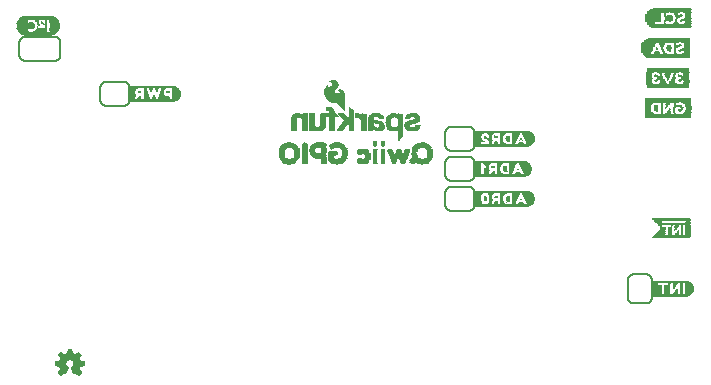
<source format=gbo>
G04 EAGLE Gerber RS-274X export*
G75*
%MOMM*%
%FSLAX34Y34*%
%LPD*%
%INSilkscreen Bottom*%
%IPPOS*%
%AMOC8*
5,1,8,0,0,1.08239X$1,22.5*%
G01*
%ADD10C,0.203200*%
%ADD11R,0.280000X0.070000*%
%ADD12R,0.420000X0.070000*%
%ADD13R,0.490000X0.070000*%
%ADD14R,0.630000X0.070000*%
%ADD15R,0.070000X0.070000*%
%ADD16R,0.770000X0.080000*%
%ADD17R,0.420000X0.080000*%
%ADD18R,0.910000X0.080000*%
%ADD19R,0.980000X0.080000*%
%ADD20R,0.350000X0.080000*%
%ADD21R,0.840000X0.080000*%
%ADD22R,1.050000X0.070000*%
%ADD23R,1.190000X0.070000*%
%ADD24R,0.980000X0.070000*%
%ADD25R,1.190000X0.060000*%
%ADD26R,0.420000X0.060000*%
%ADD27R,1.260000X0.060000*%
%ADD28R,0.490000X0.060000*%
%ADD29R,1.330000X0.080000*%
%ADD30R,0.490000X0.080000*%
%ADD31R,1.400000X0.080000*%
%ADD32R,1.470000X0.070000*%
%ADD33R,0.140000X0.070000*%
%ADD34R,1.400000X0.070000*%
%ADD35R,1.540000X0.070000*%
%ADD36R,1.610000X0.070000*%
%ADD37R,0.560000X0.060000*%
%ADD38R,0.630000X0.060000*%
%ADD39R,0.280000X0.060000*%
%ADD40R,0.560000X0.080000*%
%ADD41R,0.280000X0.080000*%
%ADD42R,0.070000X0.080000*%
%ADD43R,0.560000X0.070000*%
%ADD44R,0.840000X0.070000*%
%ADD45R,0.700000X0.070000*%
%ADD46R,1.120000X0.070000*%
%ADD47R,0.350000X0.070000*%
%ADD48R,1.680000X0.080000*%
%ADD49R,0.140000X0.080000*%
%ADD50R,1.330000X0.070000*%
%ADD51R,1.260000X0.070000*%
%ADD52R,0.770000X0.070000*%
%ADD53R,1.820000X0.070000*%
%ADD54R,1.750000X0.060000*%
%ADD55R,1.050000X0.060000*%
%ADD56R,1.330000X0.060000*%
%ADD57R,1.680000X0.070000*%
%ADD58R,0.700000X0.060000*%
%ADD59R,0.350000X0.060000*%
%ADD60R,0.210000X0.070000*%
%ADD61R,3.280000X0.040000*%
%ADD62R,3.400000X0.040000*%
%ADD63R,3.480000X0.040000*%
%ADD64R,3.560000X0.040000*%
%ADD65R,3.600000X0.040000*%
%ADD66R,3.640000X0.040000*%
%ADD67R,3.680000X0.040000*%
%ADD68R,0.720000X0.040000*%
%ADD69R,0.840000X0.040000*%
%ADD70R,1.800000X0.040000*%
%ADD71R,0.600000X0.040000*%
%ADD72R,0.280000X0.040000*%
%ADD73R,1.240000X0.040000*%
%ADD74R,0.560000X0.040000*%
%ADD75R,0.440000X0.040000*%
%ADD76R,0.160000X0.040000*%
%ADD77R,0.520000X0.040000*%
%ADD78R,0.320000X0.040000*%
%ADD79R,0.120000X0.040000*%
%ADD80R,0.080000X0.040000*%
%ADD81R,0.480000X0.040000*%
%ADD82R,1.280000X0.040000*%
%ADD83R,0.240000X0.040000*%
%ADD84R,0.400000X0.040000*%
%ADD85R,0.200000X0.040000*%
%ADD86R,1.320000X0.040000*%
%ADD87R,0.680000X0.040000*%
%ADD88R,0.920000X0.040000*%
%ADD89R,0.360000X0.040000*%
%ADD90R,0.760000X0.040000*%
%ADD91R,0.640000X0.040000*%
%ADD92R,3.720000X0.040000*%
%ADD93R,3.800000X0.040000*%
%ADD94R,3.840000X0.040000*%
%ADD95R,3.880000X0.040000*%
%ADD96R,3.920000X0.040000*%
%ADD97R,3.040000X0.040000*%
%ADD98R,0.800000X0.040000*%
%ADD99R,1.160000X0.040000*%
%ADD100R,1.120000X0.040000*%
%ADD101R,1.080000X0.040000*%
%ADD102R,1.040000X0.040000*%
%ADD103R,1.000000X0.040000*%
%ADD104R,0.960000X0.040000*%
%ADD105R,0.880000X0.040000*%
%ADD106R,2.800000X0.040000*%
%ADD107R,0.040000X0.040000*%
%ADD108R,3.240000X0.040000*%
%ADD109R,3.200000X0.040000*%
%ADD110R,3.160000X0.040000*%
%ADD111R,3.120000X0.040000*%
%ADD112R,2.840000X0.040000*%
%ADD113R,2.760000X0.040000*%
%ADD114R,2.720000X0.040000*%
%ADD115R,3.080000X0.040000*%
%ADD116R,2.440000X0.040000*%
%ADD117R,2.680000X0.040000*%
%ADD118R,3.000000X0.040000*%
%ADD119R,1.440000X0.040000*%
%ADD120R,1.480000X0.040000*%
%ADD121R,1.520000X0.040000*%

G36*
X450905Y209054D02*
X450905Y209054D01*
X450908Y209051D01*
X451508Y209151D01*
X451511Y209155D01*
X451514Y209153D01*
X452214Y209353D01*
X452215Y209354D01*
X452216Y209353D01*
X452815Y209553D01*
X453514Y209753D01*
X453520Y209762D01*
X453527Y209759D01*
X454127Y210159D01*
X454128Y210162D01*
X454131Y210162D01*
X455131Y210962D01*
X455132Y210966D01*
X455135Y210965D01*
X455635Y211465D01*
X455635Y211469D01*
X455638Y211469D01*
X456038Y211969D01*
X456039Y211973D01*
X456041Y211973D01*
X456441Y212573D01*
X456441Y212580D01*
X456445Y212583D01*
X456445Y212584D01*
X456447Y212584D01*
X456646Y213182D01*
X456945Y213881D01*
X456945Y213884D01*
X456947Y213884D01*
X457147Y214484D01*
X457145Y214491D01*
X457149Y214493D01*
X457249Y215193D01*
X457246Y215198D01*
X457249Y215200D01*
X457249Y216500D01*
X457246Y216504D01*
X457249Y216507D01*
X457149Y217207D01*
X457145Y217211D01*
X457147Y217214D01*
X456947Y217914D01*
X456946Y217915D01*
X456947Y217916D01*
X456747Y218516D01*
X456742Y218519D01*
X456744Y218522D01*
X456444Y219122D01*
X456440Y219124D01*
X456441Y219127D01*
X456041Y219727D01*
X456038Y219728D01*
X456038Y219731D01*
X455238Y220731D01*
X455234Y220732D01*
X455235Y220735D01*
X454735Y221235D01*
X454728Y221236D01*
X454727Y221241D01*
X454127Y221641D01*
X454123Y221641D01*
X454122Y221644D01*
X452922Y222244D01*
X452917Y222243D01*
X452916Y222247D01*
X452316Y222447D01*
X452314Y222446D01*
X452314Y222447D01*
X451614Y222647D01*
X451609Y222646D01*
X451607Y222649D01*
X450907Y222749D01*
X450902Y222746D01*
X450900Y222749D01*
X406400Y222749D01*
X406353Y222713D01*
X406355Y222710D01*
X406351Y222708D01*
X406251Y222108D01*
X406254Y222103D01*
X406251Y222100D01*
X406251Y209200D01*
X406287Y209153D01*
X406289Y209154D01*
X406290Y209152D01*
X406790Y209052D01*
X406797Y209055D01*
X406800Y209051D01*
X450900Y209051D01*
X450905Y209054D01*
G37*
G36*
X450507Y158256D02*
X450507Y158256D01*
X450516Y158253D01*
X450520Y158266D01*
X450547Y158287D01*
X450533Y158305D01*
X450534Y158308D01*
X450560Y158272D01*
X450601Y158259D01*
X450608Y158251D01*
X451208Y158351D01*
X451907Y158451D01*
X451912Y158456D01*
X451916Y158453D01*
X452515Y158653D01*
X453214Y158853D01*
X453218Y158858D01*
X453222Y158856D01*
X453822Y159156D01*
X453825Y159163D01*
X453831Y159162D01*
X454329Y159560D01*
X454927Y159959D01*
X454930Y159966D01*
X454935Y159965D01*
X455435Y160465D01*
X455435Y160469D01*
X455438Y160469D01*
X456238Y161469D01*
X456239Y161477D01*
X456244Y161478D01*
X456544Y162078D01*
X456544Y162080D01*
X456545Y162081D01*
X456845Y162781D01*
X456845Y162784D01*
X456847Y162784D01*
X457047Y163384D01*
X457045Y163391D01*
X457049Y163393D01*
X457149Y164092D01*
X457249Y164692D01*
X457246Y164697D01*
X457249Y164700D01*
X457249Y165400D01*
X457246Y165404D01*
X457249Y165407D01*
X457049Y166807D01*
X457044Y166812D01*
X457047Y166816D01*
X456847Y167416D01*
X456842Y167419D01*
X456844Y167422D01*
X456244Y168622D01*
X456240Y168624D01*
X456241Y168627D01*
X455841Y169227D01*
X455838Y169228D01*
X455838Y169231D01*
X455438Y169731D01*
X455434Y169732D01*
X455435Y169735D01*
X454935Y170235D01*
X454931Y170235D01*
X454931Y170238D01*
X454431Y170638D01*
X454427Y170639D01*
X454427Y170641D01*
X453827Y171041D01*
X453823Y171041D01*
X453822Y171044D01*
X453222Y171344D01*
X453217Y171343D01*
X453216Y171347D01*
X452616Y171547D01*
X452614Y171546D01*
X452614Y171547D01*
X451914Y171747D01*
X451909Y171746D01*
X451907Y171749D01*
X451208Y171849D01*
X450608Y171949D01*
X450603Y171946D01*
X450600Y171949D01*
X407000Y171949D01*
X406995Y171946D01*
X406992Y171949D01*
X406392Y171849D01*
X406355Y171810D01*
X406353Y171808D01*
X406353Y171807D01*
X406351Y171805D01*
X406354Y171803D01*
X406351Y171800D01*
X406351Y158900D01*
X406354Y158895D01*
X406351Y158892D01*
X406451Y158292D01*
X406495Y158251D01*
X406498Y158254D01*
X406500Y158251D01*
X450500Y158251D01*
X450507Y158256D01*
G37*
G36*
X447864Y183654D02*
X447864Y183654D01*
X447867Y183651D01*
X448567Y183751D01*
X448568Y183752D01*
X448568Y183751D01*
X449168Y183851D01*
X449867Y183951D01*
X449872Y183956D01*
X449876Y183953D01*
X450476Y184153D01*
X450479Y184158D01*
X450482Y184156D01*
X451082Y184456D01*
X451084Y184460D01*
X451087Y184459D01*
X452287Y185259D01*
X452290Y185266D01*
X452295Y185265D01*
X452795Y185765D01*
X452795Y185769D01*
X452798Y185769D01*
X453598Y186769D01*
X453599Y186777D01*
X453604Y186778D01*
X454204Y187978D01*
X454203Y187985D01*
X454207Y187986D01*
X454231Y188070D01*
X454245Y188119D01*
X454287Y188267D01*
X454288Y188267D01*
X454287Y188267D01*
X454330Y188415D01*
X454344Y188464D01*
X454386Y188612D01*
X454407Y188685D01*
X454607Y189284D01*
X454605Y189291D01*
X454609Y189293D01*
X454709Y189993D01*
X454706Y189998D01*
X454709Y190000D01*
X454709Y190700D01*
X454706Y190705D01*
X454709Y190708D01*
X454609Y191308D01*
X454509Y192007D01*
X454505Y192011D01*
X454507Y192014D01*
X454307Y192714D01*
X454306Y192715D01*
X454307Y192716D01*
X454107Y193316D01*
X454102Y193319D01*
X454104Y193322D01*
X453804Y193922D01*
X453800Y193924D01*
X453801Y193927D01*
X453401Y194527D01*
X453398Y194528D01*
X453398Y194531D01*
X452998Y195031D01*
X452994Y195032D01*
X452995Y195035D01*
X452495Y195535D01*
X452491Y195535D01*
X452491Y195538D01*
X451491Y196338D01*
X451483Y196339D01*
X451482Y196344D01*
X450882Y196644D01*
X450880Y196644D01*
X450879Y196645D01*
X450179Y196945D01*
X450176Y196945D01*
X450176Y196947D01*
X449576Y197147D01*
X449571Y197145D01*
X449569Y197145D01*
X449567Y197149D01*
X448167Y197349D01*
X448162Y197346D01*
X448160Y197349D01*
X406560Y197349D01*
X406513Y197313D01*
X406516Y197309D01*
X406513Y197306D01*
X406515Y197303D01*
X406511Y197300D01*
X406511Y183700D01*
X406547Y183653D01*
X406554Y183658D01*
X406560Y183651D01*
X447860Y183651D01*
X447864Y183654D01*
G37*
G36*
X150684Y247154D02*
X150684Y247154D01*
X150687Y247151D01*
X151387Y247251D01*
X151388Y247252D01*
X151388Y247251D01*
X151988Y247351D01*
X152687Y247451D01*
X152692Y247456D01*
X152696Y247453D01*
X153296Y247653D01*
X153299Y247658D01*
X153302Y247656D01*
X153902Y247956D01*
X153904Y247960D01*
X153907Y247959D01*
X155107Y248759D01*
X155110Y248766D01*
X155115Y248765D01*
X156015Y249665D01*
X156016Y249672D01*
X156021Y249673D01*
X156421Y250273D01*
X156421Y250277D01*
X156424Y250278D01*
X157024Y251478D01*
X157023Y251483D01*
X157027Y251484D01*
X157227Y252084D01*
X157226Y252086D01*
X157227Y252086D01*
X157263Y252210D01*
X157277Y252259D01*
X157319Y252407D01*
X157361Y252555D01*
X157375Y252604D01*
X157417Y252752D01*
X157418Y252752D01*
X157417Y252752D01*
X157427Y252786D01*
X157426Y252791D01*
X157429Y252793D01*
X157529Y253493D01*
X157526Y253498D01*
X157529Y253500D01*
X157529Y254800D01*
X157523Y254808D01*
X157527Y254814D01*
X157328Y255511D01*
X157229Y256108D01*
X157222Y256114D01*
X157225Y256119D01*
X156925Y256819D01*
X156923Y256821D01*
X156924Y256822D01*
X156624Y257422D01*
X156617Y257425D01*
X156618Y257431D01*
X156220Y257929D01*
X155821Y258527D01*
X155814Y258530D01*
X155815Y258535D01*
X155315Y259035D01*
X155311Y259035D01*
X155311Y259038D01*
X154311Y259838D01*
X154303Y259839D01*
X154302Y259844D01*
X153102Y260444D01*
X153095Y260443D01*
X153094Y260447D01*
X152394Y260647D01*
X152389Y260646D01*
X152387Y260649D01*
X151688Y260749D01*
X151088Y260849D01*
X151083Y260846D01*
X151080Y260849D01*
X114180Y260849D01*
X114171Y260842D01*
X114162Y260836D01*
X114150Y260839D01*
X113750Y260539D01*
X113745Y260520D01*
X113733Y260511D01*
X113737Y260505D01*
X113731Y260500D01*
X113731Y247600D01*
X113744Y247582D01*
X113741Y247570D01*
X114041Y247170D01*
X114072Y247162D01*
X114080Y247151D01*
X150680Y247151D01*
X150684Y247154D01*
G37*
G36*
X585525Y82054D02*
X585525Y82054D01*
X585528Y82051D01*
X586128Y82151D01*
X586131Y82155D01*
X586134Y82153D01*
X586834Y82353D01*
X586835Y82354D01*
X586836Y82353D01*
X588036Y82753D01*
X588041Y82761D01*
X588047Y82759D01*
X589247Y83559D01*
X589248Y83562D01*
X589251Y83562D01*
X589751Y83962D01*
X589752Y83966D01*
X589755Y83965D01*
X590255Y84465D01*
X590255Y84469D01*
X590258Y84469D01*
X590658Y84969D01*
X590659Y84977D01*
X590664Y84978D01*
X591564Y86778D01*
X591563Y86785D01*
X591567Y86786D01*
X591589Y86864D01*
X591590Y86864D01*
X591589Y86864D01*
X591632Y87012D01*
X591646Y87061D01*
X591688Y87209D01*
X591730Y87356D01*
X591744Y87406D01*
X591767Y87486D01*
X591766Y87491D01*
X591769Y87493D01*
X591869Y88193D01*
X591866Y88198D01*
X591869Y88200D01*
X591869Y89500D01*
X591866Y89504D01*
X591869Y89507D01*
X591769Y90207D01*
X591764Y90212D01*
X591767Y90216D01*
X591567Y90815D01*
X591367Y91514D01*
X591362Y91518D01*
X591364Y91522D01*
X590764Y92722D01*
X590757Y92725D01*
X590758Y92731D01*
X590358Y93231D01*
X590354Y93232D01*
X590355Y93235D01*
X589355Y94235D01*
X589351Y94235D01*
X589351Y94238D01*
X588851Y94638D01*
X588843Y94639D01*
X588842Y94644D01*
X587642Y95244D01*
X587635Y95243D01*
X587634Y95247D01*
X586935Y95447D01*
X586336Y95647D01*
X586327Y95644D01*
X586324Y95644D01*
X586320Y95649D01*
X585624Y95649D01*
X585028Y95749D01*
X585023Y95746D01*
X585020Y95749D01*
X555920Y95749D01*
X555873Y95713D01*
X555875Y95710D01*
X555871Y95708D01*
X555771Y95108D01*
X555774Y95103D01*
X555771Y95100D01*
X555771Y82300D01*
X555803Y82257D01*
X555804Y82253D01*
X556404Y82053D01*
X556415Y82057D01*
X556420Y82051D01*
X585520Y82051D01*
X585525Y82054D01*
G37*
G36*
X71186Y15108D02*
X71186Y15108D01*
X71252Y15113D01*
X71270Y15124D01*
X71291Y15129D01*
X71376Y15189D01*
X71400Y15203D01*
X71403Y15208D01*
X71408Y15212D01*
X73608Y17512D01*
X73616Y17525D01*
X73629Y17535D01*
X73660Y17599D01*
X73696Y17661D01*
X73697Y17677D01*
X73704Y17691D01*
X73703Y17762D01*
X73709Y17833D01*
X73703Y17848D01*
X73702Y17864D01*
X73645Y17989D01*
X73643Y17993D01*
X73643Y17994D01*
X71775Y20609D01*
X71777Y20620D01*
X71786Y20633D01*
X71797Y20691D01*
X71806Y20712D01*
X71806Y20734D01*
X71812Y20767D01*
X71813Y20772D01*
X71813Y20773D01*
X71813Y20774D01*
X71813Y20784D01*
X71846Y20849D01*
X71902Y20906D01*
X71913Y20924D01*
X71925Y20933D01*
X71933Y20951D01*
X71973Y21004D01*
X72046Y21149D01*
X72102Y21206D01*
X72142Y21270D01*
X72186Y21333D01*
X72188Y21345D01*
X72193Y21353D01*
X72197Y21388D01*
X72213Y21474D01*
X72213Y21523D01*
X72242Y21570D01*
X72286Y21633D01*
X72288Y21645D01*
X72293Y21653D01*
X72297Y21688D01*
X72313Y21774D01*
X72313Y21884D01*
X72346Y21949D01*
X72402Y22006D01*
X72442Y22070D01*
X72486Y22133D01*
X72488Y22145D01*
X72493Y22153D01*
X72497Y22188D01*
X72503Y22221D01*
X72506Y22229D01*
X72506Y22237D01*
X72513Y22274D01*
X72513Y22323D01*
X72542Y22370D01*
X72586Y22433D01*
X72588Y22445D01*
X72593Y22453D01*
X72597Y22488D01*
X72613Y22574D01*
X72613Y22684D01*
X72642Y22742D01*
X75898Y23300D01*
X75916Y23307D01*
X75935Y23308D01*
X75995Y23341D01*
X76057Y23367D01*
X76070Y23382D01*
X76087Y23391D01*
X76126Y23447D01*
X76170Y23498D01*
X76175Y23517D01*
X76186Y23533D01*
X76208Y23644D01*
X76213Y23666D01*
X76212Y23670D01*
X76213Y23674D01*
X76213Y26874D01*
X76209Y26893D01*
X76211Y26912D01*
X76200Y26946D01*
X76199Y26952D01*
X76194Y26963D01*
X76189Y26976D01*
X76174Y27042D01*
X76161Y27057D01*
X76155Y27075D01*
X76107Y27123D01*
X76064Y27176D01*
X76046Y27183D01*
X76032Y27197D01*
X75926Y27237D01*
X75906Y27246D01*
X75902Y27246D01*
X75898Y27248D01*
X72686Y27798D01*
X72675Y27837D01*
X72674Y27842D01*
X72673Y27843D01*
X72613Y27963D01*
X72613Y27974D01*
X72610Y27989D01*
X72612Y28005D01*
X72592Y28075D01*
X72592Y28090D01*
X72584Y28104D01*
X72575Y28137D01*
X72574Y28142D01*
X72573Y28143D01*
X72513Y28263D01*
X72513Y28274D01*
X72510Y28289D01*
X72512Y28305D01*
X72475Y28437D01*
X72474Y28442D01*
X72473Y28443D01*
X72313Y28763D01*
X72313Y28774D01*
X72310Y28789D01*
X72312Y28805D01*
X72275Y28937D01*
X72274Y28942D01*
X72273Y28943D01*
X72173Y29143D01*
X72150Y29171D01*
X72113Y29225D01*
X72113Y29274D01*
X72096Y29348D01*
X72082Y29423D01*
X72076Y29433D01*
X72074Y29442D01*
X72051Y29470D01*
X72002Y29542D01*
X71946Y29598D01*
X71873Y29743D01*
X71850Y29771D01*
X71813Y29825D01*
X71813Y29874D01*
X71796Y29948D01*
X71792Y29970D01*
X73646Y32658D01*
X73652Y32674D01*
X73664Y32687D01*
X73684Y32754D01*
X73709Y32819D01*
X73708Y32837D01*
X73713Y32853D01*
X73700Y32922D01*
X73694Y32992D01*
X73685Y33006D01*
X73682Y33023D01*
X73611Y33129D01*
X73604Y33140D01*
X73603Y33140D01*
X73602Y33142D01*
X71402Y35342D01*
X71388Y35351D01*
X71377Y35365D01*
X71315Y35396D01*
X71255Y35433D01*
X71238Y35435D01*
X71223Y35442D01*
X71153Y35443D01*
X71083Y35449D01*
X71067Y35443D01*
X71050Y35443D01*
X70932Y35392D01*
X70921Y35388D01*
X70920Y35387D01*
X70919Y35386D01*
X68220Y33524D01*
X68202Y33542D01*
X68137Y33582D01*
X68075Y33626D01*
X68063Y33628D01*
X68055Y33633D01*
X68020Y33636D01*
X67934Y33653D01*
X67884Y33653D01*
X67872Y33661D01*
X67804Y33713D01*
X67659Y33785D01*
X67602Y33842D01*
X67537Y33882D01*
X67475Y33926D01*
X67463Y33928D01*
X67455Y33933D01*
X67420Y33936D01*
X67334Y33953D01*
X67284Y33953D01*
X67272Y33961D01*
X67204Y34013D01*
X67004Y34113D01*
X66988Y34117D01*
X66975Y34126D01*
X66841Y34152D01*
X66835Y34153D01*
X66834Y34153D01*
X66824Y34153D01*
X66704Y34213D01*
X66688Y34217D01*
X66675Y34226D01*
X66541Y34252D01*
X66535Y34253D01*
X66534Y34253D01*
X66484Y34253D01*
X66437Y34282D01*
X66375Y34326D01*
X66363Y34328D01*
X66355Y34333D01*
X66320Y34336D01*
X66234Y34353D01*
X66124Y34353D01*
X66066Y34382D01*
X65508Y37638D01*
X65500Y37656D01*
X65499Y37675D01*
X65467Y37734D01*
X65440Y37797D01*
X65426Y37810D01*
X65416Y37827D01*
X65361Y37866D01*
X65309Y37910D01*
X65290Y37915D01*
X65275Y37926D01*
X65164Y37947D01*
X65142Y37953D01*
X65138Y37952D01*
X65134Y37953D01*
X61934Y37953D01*
X61915Y37949D01*
X61896Y37951D01*
X61832Y37929D01*
X61766Y37913D01*
X61751Y37901D01*
X61732Y37895D01*
X61685Y37847D01*
X61632Y37803D01*
X61624Y37786D01*
X61611Y37772D01*
X61571Y37666D01*
X61562Y37645D01*
X61562Y37642D01*
X61560Y37638D01*
X61010Y34426D01*
X60971Y34415D01*
X60966Y34413D01*
X60965Y34413D01*
X60964Y34413D01*
X60844Y34353D01*
X60834Y34353D01*
X60818Y34349D01*
X60802Y34352D01*
X60671Y34315D01*
X60666Y34313D01*
X60665Y34313D01*
X60664Y34313D01*
X60544Y34253D01*
X60534Y34253D01*
X60518Y34249D01*
X60502Y34252D01*
X60371Y34215D01*
X60366Y34213D01*
X60365Y34213D01*
X60364Y34213D01*
X60244Y34153D01*
X60134Y34153D01*
X60060Y34136D01*
X59984Y34122D01*
X59975Y34116D01*
X59966Y34113D01*
X59938Y34091D01*
X59866Y34042D01*
X59809Y33985D01*
X59744Y33953D01*
X59734Y33953D01*
X59718Y33949D01*
X59702Y33952D01*
X59571Y33915D01*
X59566Y33913D01*
X59565Y33913D01*
X59564Y33913D01*
X59364Y33813D01*
X59337Y33790D01*
X59266Y33742D01*
X59209Y33685D01*
X59144Y33653D01*
X59134Y33653D01*
X59118Y33649D01*
X59102Y33652D01*
X58971Y33615D01*
X58966Y33613D01*
X58965Y33613D01*
X58964Y33613D01*
X58823Y33542D01*
X56149Y35386D01*
X56137Y35391D01*
X56128Y35400D01*
X56057Y35422D01*
X55988Y35449D01*
X55975Y35448D01*
X55963Y35452D01*
X55890Y35440D01*
X55816Y35434D01*
X55805Y35427D01*
X55792Y35425D01*
X55672Y35348D01*
X53372Y33148D01*
X53358Y33126D01*
X53338Y33110D01*
X53311Y33054D01*
X53277Y33003D01*
X53274Y32977D01*
X53263Y32954D01*
X53264Y32892D01*
X53257Y32831D01*
X53266Y32807D01*
X53266Y32781D01*
X53304Y32701D01*
X53315Y32668D01*
X53322Y32662D01*
X53327Y32651D01*
X55262Y29978D01*
X55222Y29898D01*
X55166Y29842D01*
X55126Y29777D01*
X55082Y29714D01*
X55080Y29703D01*
X55075Y29695D01*
X55071Y29660D01*
X55055Y29574D01*
X55055Y29524D01*
X55047Y29511D01*
X54995Y29443D01*
X54922Y29298D01*
X54866Y29242D01*
X54826Y29177D01*
X54782Y29114D01*
X54780Y29103D01*
X54775Y29095D01*
X54771Y29060D01*
X54755Y28974D01*
X54755Y28924D01*
X54726Y28877D01*
X54682Y28814D01*
X54680Y28803D01*
X54675Y28795D01*
X54671Y28760D01*
X54655Y28674D01*
X54655Y28563D01*
X54622Y28498D01*
X54566Y28442D01*
X54526Y28377D01*
X54482Y28314D01*
X54480Y28303D01*
X54475Y28295D01*
X54471Y28260D01*
X54455Y28174D01*
X54455Y28124D01*
X54426Y28077D01*
X54382Y28014D01*
X54380Y28003D01*
X54375Y27995D01*
X54371Y27960D01*
X54355Y27874D01*
X54355Y27795D01*
X51072Y27248D01*
X51053Y27240D01*
X51033Y27239D01*
X50974Y27207D01*
X50912Y27181D01*
X50899Y27166D01*
X50881Y27156D01*
X50843Y27101D01*
X50799Y27051D01*
X50793Y27031D01*
X50782Y27014D01*
X50766Y26933D01*
X50762Y26923D01*
X50762Y26911D01*
X50761Y26908D01*
X50755Y26883D01*
X50756Y26879D01*
X50755Y26874D01*
X50755Y23674D01*
X50759Y23655D01*
X50757Y23636D01*
X50779Y23571D01*
X50794Y23505D01*
X50807Y23490D01*
X50813Y23472D01*
X50861Y23424D01*
X50904Y23372D01*
X50922Y23364D01*
X50936Y23350D01*
X51042Y23310D01*
X51062Y23301D01*
X51066Y23301D01*
X51070Y23300D01*
X54358Y22736D01*
X54393Y22611D01*
X54394Y22605D01*
X54395Y22605D01*
X54395Y22604D01*
X54455Y22484D01*
X54455Y22474D01*
X54458Y22458D01*
X54456Y22442D01*
X54493Y22311D01*
X54494Y22305D01*
X54495Y22305D01*
X54495Y22304D01*
X54555Y22184D01*
X54555Y22174D01*
X54558Y22158D01*
X54556Y22142D01*
X54593Y22011D01*
X54594Y22005D01*
X54595Y22005D01*
X54595Y22004D01*
X54755Y21684D01*
X54755Y21674D01*
X54758Y21658D01*
X54756Y21642D01*
X54793Y21511D01*
X54794Y21505D01*
X54795Y21505D01*
X54795Y21504D01*
X54895Y21304D01*
X54918Y21276D01*
X54966Y21206D01*
X55022Y21149D01*
X55055Y21084D01*
X55055Y21074D01*
X55058Y21058D01*
X55056Y21042D01*
X55093Y20911D01*
X55094Y20905D01*
X55095Y20905D01*
X55095Y20904D01*
X55195Y20704D01*
X55218Y20676D01*
X55266Y20606D01*
X55276Y20595D01*
X53331Y18001D01*
X53321Y17979D01*
X53304Y17960D01*
X53286Y17900D01*
X53261Y17843D01*
X53262Y17818D01*
X53255Y17794D01*
X53266Y17733D01*
X53269Y17670D01*
X53281Y17648D01*
X53286Y17624D01*
X53337Y17549D01*
X53353Y17519D01*
X53360Y17514D01*
X53366Y17506D01*
X55666Y15206D01*
X55680Y15197D01*
X55691Y15183D01*
X55753Y15151D01*
X55813Y15114D01*
X55830Y15113D01*
X55845Y15105D01*
X55916Y15105D01*
X55985Y15098D01*
X56001Y15104D01*
X56018Y15104D01*
X56136Y15156D01*
X56147Y15160D01*
X56148Y15161D01*
X56149Y15161D01*
X58848Y17023D01*
X58866Y17006D01*
X58931Y16965D01*
X58993Y16921D01*
X59005Y16919D01*
X59013Y16914D01*
X59048Y16911D01*
X59063Y16908D01*
X59066Y16906D01*
X59131Y16865D01*
X59193Y16821D01*
X59205Y16819D01*
X59213Y16814D01*
X59248Y16811D01*
X59334Y16794D01*
X59384Y16794D01*
X59431Y16765D01*
X59493Y16721D01*
X59505Y16719D01*
X59513Y16714D01*
X59548Y16711D01*
X59563Y16708D01*
X59566Y16706D01*
X59631Y16665D01*
X59693Y16621D01*
X59705Y16619D01*
X59713Y16614D01*
X59748Y16611D01*
X59763Y16608D01*
X59766Y16606D01*
X59831Y16565D01*
X59893Y16521D01*
X59905Y16519D01*
X59913Y16514D01*
X59948Y16511D01*
X59977Y16505D01*
X60004Y16472D01*
X60023Y16464D01*
X60038Y16449D01*
X60101Y16429D01*
X60162Y16401D01*
X60183Y16402D01*
X60202Y16396D01*
X60268Y16406D01*
X60335Y16408D01*
X60353Y16418D01*
X60373Y16421D01*
X60428Y16459D01*
X60487Y16491D01*
X60499Y16508D01*
X60515Y16520D01*
X60572Y16612D01*
X60586Y16633D01*
X60587Y16638D01*
X60590Y16642D01*
X62590Y22042D01*
X62594Y22073D01*
X62606Y22101D01*
X62604Y22157D01*
X62611Y22214D01*
X62601Y22243D01*
X62600Y22274D01*
X62573Y22324D01*
X62554Y22377D01*
X62532Y22399D01*
X62517Y22426D01*
X62457Y22472D01*
X62430Y22498D01*
X62417Y22502D01*
X62404Y22513D01*
X61859Y22785D01*
X61702Y22942D01*
X61672Y22961D01*
X61604Y23013D01*
X61459Y23085D01*
X61146Y23398D01*
X61073Y23543D01*
X61050Y23571D01*
X61002Y23642D01*
X60846Y23798D01*
X60785Y23919D01*
X60694Y24194D01*
X60682Y24213D01*
X60673Y24243D01*
X60613Y24363D01*
X60613Y24474D01*
X60605Y24509D01*
X60594Y24594D01*
X60513Y24835D01*
X60513Y25612D01*
X60594Y25854D01*
X60597Y25890D01*
X60613Y25974D01*
X60613Y26159D01*
X60750Y26363D01*
X60763Y26398D01*
X60794Y26454D01*
X60878Y26706D01*
X61229Y27232D01*
X61576Y27579D01*
X62102Y27930D01*
X62354Y28014D01*
X62372Y28025D01*
X62386Y28028D01*
X62399Y28039D01*
X62444Y28058D01*
X62649Y28194D01*
X62834Y28194D01*
X62869Y28203D01*
X62954Y28214D01*
X63196Y28294D01*
X63787Y28294D01*
X64142Y28206D01*
X64178Y28205D01*
X64234Y28194D01*
X64419Y28194D01*
X64624Y28058D01*
X64659Y28045D01*
X64708Y28017D01*
X64710Y28016D01*
X64711Y28016D01*
X64714Y28014D01*
X64966Y27930D01*
X65193Y27779D01*
X65366Y27606D01*
X65392Y27589D01*
X65424Y27558D01*
X65693Y27379D01*
X65839Y27232D01*
X66190Y26706D01*
X66555Y25612D01*
X66555Y25135D01*
X66474Y24894D01*
X66471Y24858D01*
X66455Y24774D01*
X66455Y24563D01*
X66295Y24243D01*
X66289Y24221D01*
X66274Y24194D01*
X66183Y23919D01*
X66022Y23598D01*
X65866Y23442D01*
X65847Y23411D01*
X65795Y23343D01*
X65722Y23198D01*
X65609Y23085D01*
X65464Y23013D01*
X65437Y22990D01*
X65366Y22942D01*
X65209Y22785D01*
X64888Y22625D01*
X64614Y22533D01*
X64565Y22503D01*
X64512Y22481D01*
X64492Y22459D01*
X64467Y22443D01*
X64436Y22394D01*
X64399Y22351D01*
X64391Y22322D01*
X64375Y22296D01*
X64369Y22239D01*
X64355Y22183D01*
X64361Y22149D01*
X64358Y22124D01*
X64370Y22092D01*
X64378Y22042D01*
X66378Y16642D01*
X66404Y16604D01*
X66420Y16561D01*
X66451Y16533D01*
X66474Y16498D01*
X66514Y16475D01*
X66547Y16444D01*
X66587Y16432D01*
X66624Y16411D01*
X66669Y16408D01*
X66713Y16395D01*
X66754Y16402D01*
X66796Y16400D01*
X66839Y16417D01*
X66884Y16425D01*
X66925Y16453D01*
X66956Y16466D01*
X66973Y16486D01*
X66986Y16494D01*
X67034Y16494D01*
X67108Y16512D01*
X67184Y16525D01*
X67193Y16532D01*
X67202Y16534D01*
X67230Y16557D01*
X67302Y16606D01*
X67309Y16612D01*
X67384Y16625D01*
X67393Y16632D01*
X67402Y16634D01*
X67430Y16657D01*
X67502Y16706D01*
X67509Y16712D01*
X67584Y16725D01*
X67593Y16732D01*
X67602Y16734D01*
X67630Y16757D01*
X67702Y16806D01*
X67709Y16812D01*
X67784Y16825D01*
X67793Y16832D01*
X67802Y16834D01*
X67830Y16857D01*
X67902Y16906D01*
X67909Y16912D01*
X67984Y16925D01*
X67993Y16932D01*
X68002Y16934D01*
X68030Y16957D01*
X68102Y17006D01*
X68109Y17012D01*
X68184Y17025D01*
X68193Y17032D01*
X68202Y17034D01*
X68203Y17034D01*
X70919Y15161D01*
X70939Y15154D01*
X70955Y15140D01*
X71018Y15122D01*
X71080Y15098D01*
X71101Y15100D01*
X71122Y15095D01*
X71186Y15108D01*
G37*
G36*
X295940Y239491D02*
X295940Y239491D01*
X295991Y239493D01*
X296023Y239511D01*
X296059Y239519D01*
X296098Y239552D01*
X296143Y239576D01*
X296164Y239606D01*
X296192Y239629D01*
X296213Y239676D01*
X296243Y239718D01*
X296251Y239760D01*
X296263Y239788D01*
X296262Y239818D01*
X296270Y239860D01*
X296270Y252660D01*
X296266Y252678D01*
X296268Y252702D01*
X296068Y254502D01*
X296057Y254533D01*
X296051Y254580D01*
X295851Y255180D01*
X295838Y255200D01*
X295830Y255230D01*
X295530Y255830D01*
X295522Y255840D01*
X295516Y255856D01*
X295216Y256356D01*
X295202Y256370D01*
X295193Y256389D01*
X295116Y256459D01*
X295095Y256480D01*
X295090Y256482D01*
X295086Y256486D01*
X294602Y256776D01*
X294218Y257064D01*
X294183Y257079D01*
X294131Y257113D01*
X293131Y257513D01*
X293098Y257518D01*
X293053Y257535D01*
X292453Y257635D01*
X292426Y257633D01*
X292390Y257640D01*
X291590Y257640D01*
X291554Y257632D01*
X291498Y257629D01*
X291143Y257540D01*
X290990Y257540D01*
X290975Y257537D01*
X290960Y257539D01*
X290828Y257502D01*
X290821Y257501D01*
X290821Y257500D01*
X290820Y257500D01*
X290620Y257400D01*
X290601Y257384D01*
X290577Y257375D01*
X290535Y257329D01*
X290487Y257289D01*
X290477Y257267D01*
X290460Y257248D01*
X290442Y257188D01*
X290416Y257131D01*
X290418Y257106D01*
X290410Y257082D01*
X290421Y257020D01*
X290424Y256958D01*
X290436Y256936D01*
X290440Y256911D01*
X290489Y256838D01*
X290507Y256806D01*
X290515Y256801D01*
X290521Y256791D01*
X290621Y256691D01*
X290653Y256671D01*
X290720Y256620D01*
X291120Y256420D01*
X291143Y256414D01*
X291170Y256399D01*
X291385Y256328D01*
X291695Y256018D01*
X291845Y255792D01*
X291910Y255598D01*
X291910Y255422D01*
X291838Y255206D01*
X291678Y254885D01*
X291448Y254656D01*
X291212Y254498D01*
X290781Y254326D01*
X290352Y254240D01*
X289637Y254240D01*
X288946Y254413D01*
X288450Y254744D01*
X288129Y255145D01*
X287970Y255622D01*
X287970Y256182D01*
X288216Y256755D01*
X288876Y257509D01*
X289674Y258407D01*
X289675Y258409D01*
X289676Y258410D01*
X290376Y259210D01*
X290392Y259239D01*
X290422Y259275D01*
X290922Y260175D01*
X290933Y260213D01*
X290961Y260278D01*
X291161Y261178D01*
X291161Y261211D01*
X291170Y261260D01*
X291170Y262060D01*
X291162Y262097D01*
X291151Y262180D01*
X290851Y263080D01*
X290830Y263114D01*
X290799Y263181D01*
X290299Y263881D01*
X290273Y263904D01*
X290243Y263944D01*
X289343Y264744D01*
X289312Y264761D01*
X289272Y264794D01*
X288172Y265394D01*
X288136Y265404D01*
X288058Y265434D01*
X286958Y265634D01*
X286929Y265633D01*
X286890Y265640D01*
X285890Y265640D01*
X285853Y265632D01*
X285770Y265621D01*
X284870Y265321D01*
X284864Y265317D01*
X284857Y265316D01*
X284057Y265016D01*
X284042Y265006D01*
X284020Y265000D01*
X283854Y264917D01*
X283420Y264700D01*
X283398Y264682D01*
X283362Y264664D01*
X282962Y264364D01*
X282947Y264346D01*
X282921Y264329D01*
X282821Y264229D01*
X282808Y264207D01*
X282788Y264191D01*
X282762Y264134D01*
X282730Y264082D01*
X282727Y264056D01*
X282717Y264032D01*
X282719Y263971D01*
X282713Y263909D01*
X282722Y263885D01*
X282723Y263859D01*
X282753Y263805D01*
X282775Y263747D01*
X282794Y263730D01*
X282806Y263707D01*
X282857Y263672D01*
X282902Y263630D01*
X282927Y263622D01*
X282948Y263607D01*
X283032Y263591D01*
X283068Y263580D01*
X283078Y263582D01*
X283090Y263580D01*
X283390Y263580D01*
X283427Y263588D01*
X283510Y263599D01*
X283752Y263680D01*
X283943Y263680D01*
X284298Y263591D01*
X284306Y263591D01*
X284315Y263587D01*
X284766Y263497D01*
X285089Y263335D01*
X285410Y263095D01*
X285545Y262892D01*
X285629Y262640D01*
X285642Y262620D01*
X285650Y262590D01*
X285738Y262414D01*
X285789Y262260D01*
X285729Y262080D01*
X285728Y262067D01*
X285721Y262052D01*
X285637Y261716D01*
X285474Y261471D01*
X285466Y261451D01*
X285450Y261430D01*
X285278Y261085D01*
X285048Y260856D01*
X284779Y260676D01*
X284772Y260669D01*
X284762Y260664D01*
X284370Y260371D01*
X284099Y260190D01*
X283667Y259974D01*
X283400Y259840D01*
X282852Y259840D01*
X282659Y259905D01*
X282510Y260004D01*
X282370Y260422D01*
X282370Y261160D01*
X282358Y261210D01*
X282358Y261231D01*
X282357Y261255D01*
X282356Y261262D01*
X282339Y261294D01*
X282331Y261329D01*
X282298Y261369D01*
X282273Y261414D01*
X282243Y261435D01*
X282221Y261462D01*
X282173Y261484D01*
X282131Y261513D01*
X282095Y261519D01*
X282062Y261533D01*
X282011Y261531D01*
X281960Y261539D01*
X281919Y261528D01*
X281889Y261527D01*
X281862Y261512D01*
X281820Y261500D01*
X281809Y261495D01*
X281049Y261115D01*
X281020Y261100D01*
X281016Y261097D01*
X280906Y261013D01*
X280106Y260113D01*
X280091Y260085D01*
X280062Y260052D01*
X279362Y258852D01*
X279353Y258823D01*
X279332Y258788D01*
X278832Y257388D01*
X278829Y257362D01*
X278816Y257330D01*
X278516Y255730D01*
X278518Y255694D01*
X278510Y255639D01*
X278610Y253839D01*
X278620Y253807D01*
X278624Y253758D01*
X279124Y251958D01*
X279141Y251927D01*
X279158Y251875D01*
X280158Y250075D01*
X280175Y250057D01*
X280190Y250027D01*
X280890Y249127D01*
X280897Y249121D01*
X280901Y249113D01*
X280911Y249107D01*
X280921Y249091D01*
X281721Y248291D01*
X281731Y248285D01*
X281740Y248274D01*
X282540Y247574D01*
X282565Y247560D01*
X282594Y247534D01*
X283594Y246934D01*
X283619Y246926D01*
X283649Y246907D01*
X284649Y246507D01*
X284668Y246504D01*
X284690Y246493D01*
X285790Y246193D01*
X285807Y246193D01*
X285828Y246185D01*
X287028Y245985D01*
X287054Y245987D01*
X287090Y245980D01*
X288959Y245980D01*
X289456Y245897D01*
X289872Y245647D01*
X290822Y244887D01*
X291298Y244317D01*
X291310Y244307D01*
X291321Y244291D01*
X292599Y243013D01*
X293081Y242339D01*
X293101Y242321D01*
X293121Y242291D01*
X293709Y241703D01*
X294198Y241117D01*
X294210Y241107D01*
X294221Y241091D01*
X294702Y240610D01*
X294986Y240232D01*
X295004Y240217D01*
X295021Y240191D01*
X295295Y239918D01*
X295474Y239649D01*
X295493Y239631D01*
X295506Y239607D01*
X295556Y239572D01*
X295600Y239531D01*
X295626Y239523D01*
X295648Y239507D01*
X295729Y239492D01*
X295766Y239481D01*
X295777Y239482D01*
X295790Y239480D01*
X295890Y239480D01*
X295940Y239491D01*
G37*
G36*
X341629Y213991D02*
X341629Y213991D01*
X341691Y213993D01*
X341713Y214006D01*
X341739Y214010D01*
X341810Y214058D01*
X341843Y214076D01*
X341849Y214084D01*
X341859Y214091D01*
X342744Y214976D01*
X344228Y216163D01*
X344239Y216178D01*
X344259Y216191D01*
X345144Y217076D01*
X345628Y217463D01*
X345634Y217471D01*
X345643Y217476D01*
X345687Y217539D01*
X345735Y217599D01*
X345737Y217609D01*
X345743Y217618D01*
X345758Y217699D01*
X345763Y217710D01*
X345763Y217722D01*
X345770Y217760D01*
X345770Y236260D01*
X345769Y236264D01*
X345770Y236269D01*
X345750Y236349D01*
X345731Y236429D01*
X345728Y236432D01*
X345727Y236437D01*
X345673Y236499D01*
X345621Y236562D01*
X345616Y236564D01*
X345614Y236568D01*
X345482Y236629D01*
X345082Y236729D01*
X345074Y236729D01*
X345065Y236733D01*
X344565Y236833D01*
X344533Y236832D01*
X344490Y236840D01*
X344037Y236840D01*
X343682Y236929D01*
X343674Y236929D01*
X343665Y236933D01*
X343173Y237031D01*
X342782Y237129D01*
X342774Y237129D01*
X342765Y237133D01*
X341765Y237333D01*
X341763Y237333D01*
X341762Y237333D01*
X341678Y237330D01*
X341591Y237327D01*
X341590Y237327D01*
X341589Y237327D01*
X341515Y237286D01*
X341439Y237245D01*
X341438Y237244D01*
X341437Y237244D01*
X341389Y237175D01*
X341338Y237104D01*
X341338Y237103D01*
X341337Y237102D01*
X341310Y236960D01*
X341310Y236178D01*
X341159Y236329D01*
X341143Y236339D01*
X341128Y236357D01*
X340628Y236757D01*
X340607Y236767D01*
X340586Y236786D01*
X339586Y237386D01*
X339573Y237390D01*
X339453Y237435D01*
X338253Y237635D01*
X338226Y237633D01*
X338190Y237640D01*
X337490Y237640D01*
X337479Y237638D01*
X337465Y237639D01*
X335965Y237539D01*
X335928Y237528D01*
X335862Y237518D01*
X334462Y237018D01*
X334433Y236999D01*
X334386Y236981D01*
X333286Y236281D01*
X333259Y236253D01*
X333207Y236214D01*
X332307Y235214D01*
X332294Y235191D01*
X332269Y235164D01*
X331569Y234064D01*
X331557Y234028D01*
X331527Y233972D01*
X331127Y232672D01*
X331126Y232657D01*
X331118Y232640D01*
X330818Y231240D01*
X330819Y231216D01*
X330811Y231185D01*
X330711Y229685D01*
X330714Y229663D01*
X330711Y229633D01*
X330811Y228233D01*
X330818Y228209D01*
X330820Y228175D01*
X331120Y226875D01*
X331132Y226850D01*
X331139Y226814D01*
X331639Y225614D01*
X331649Y225599D01*
X331656Y225578D01*
X332256Y224478D01*
X332282Y224449D01*
X332321Y224391D01*
X333221Y223491D01*
X333243Y223478D01*
X333266Y223452D01*
X334366Y222652D01*
X334402Y222637D01*
X334470Y222599D01*
X335670Y222199D01*
X335700Y222196D01*
X335740Y222183D01*
X337240Y221983D01*
X337279Y221987D01*
X337353Y221985D01*
X339153Y222285D01*
X339189Y222300D01*
X339260Y222320D01*
X339390Y222385D01*
X339860Y222620D01*
X339870Y222628D01*
X339886Y222634D01*
X340886Y223234D01*
X340906Y223254D01*
X340987Y223322D01*
X341210Y223601D01*
X341210Y214360D01*
X341216Y214335D01*
X341213Y214309D01*
X341235Y214252D01*
X341249Y214191D01*
X341266Y214171D01*
X341275Y214147D01*
X341320Y214105D01*
X341359Y214058D01*
X341383Y214047D01*
X341402Y214030D01*
X341461Y214012D01*
X341518Y213987D01*
X341543Y213988D01*
X341568Y213980D01*
X341629Y213991D01*
G37*
G36*
X325620Y221987D02*
X325620Y221987D01*
X325665Y221987D01*
X326128Y222080D01*
X326590Y222080D01*
X326626Y222088D01*
X326682Y222091D01*
X327082Y222191D01*
X327102Y222201D01*
X327131Y222207D01*
X327631Y222407D01*
X327643Y222415D01*
X327660Y222420D01*
X328060Y222620D01*
X328076Y222633D01*
X328101Y222644D01*
X328381Y222831D01*
X328760Y223020D01*
X328789Y223044D01*
X328859Y223091D01*
X329159Y223391D01*
X329175Y223418D01*
X329206Y223449D01*
X329401Y223740D01*
X329694Y224132D01*
X329698Y224141D01*
X329706Y224149D01*
X329906Y224449D01*
X329907Y224450D01*
X329908Y224451D01*
X329963Y224585D01*
X330053Y225036D01*
X330230Y225390D01*
X330234Y225405D01*
X330243Y225418D01*
X330269Y225552D01*
X330270Y225559D01*
X330270Y225560D01*
X330270Y226022D01*
X330363Y226485D01*
X330363Y226495D01*
X330364Y226628D01*
X330164Y227728D01*
X330155Y227750D01*
X330151Y227780D01*
X329851Y228680D01*
X329834Y228707D01*
X329820Y228749D01*
X329420Y229449D01*
X329397Y229473D01*
X329337Y229549D01*
X328637Y230149D01*
X328611Y230163D01*
X328579Y230190D01*
X327879Y230590D01*
X327853Y230598D01*
X327824Y230616D01*
X327024Y230916D01*
X327005Y230919D01*
X326982Y230929D01*
X326182Y231129D01*
X326160Y231129D01*
X326132Y231138D01*
X325232Y231238D01*
X323438Y231437D01*
X322769Y231533D01*
X322103Y231723D01*
X321550Y231908D01*
X321150Y232148D01*
X320970Y232387D01*
X320970Y233270D01*
X321203Y233735D01*
X321259Y233791D01*
X321279Y233823D01*
X321330Y233890D01*
X321373Y233977D01*
X321780Y234180D01*
X321890Y234180D01*
X321905Y234183D01*
X321920Y234181D01*
X322052Y234218D01*
X322059Y234219D01*
X322059Y234220D01*
X322060Y234220D01*
X322180Y234280D01*
X323800Y234280D01*
X324665Y233848D01*
X324978Y233535D01*
X325038Y233414D01*
X325129Y233140D01*
X325142Y233120D01*
X325150Y233090D01*
X325210Y232970D01*
X325210Y232560D01*
X325221Y232510D01*
X325223Y232459D01*
X325241Y232427D01*
X325249Y232391D01*
X325282Y232352D01*
X325306Y232307D01*
X325336Y232286D01*
X325359Y232258D01*
X325406Y232237D01*
X325448Y232207D01*
X325490Y232199D01*
X325518Y232187D01*
X325548Y232188D01*
X325590Y232180D01*
X329490Y232180D01*
X329570Y232198D01*
X329650Y232215D01*
X329654Y232218D01*
X329659Y232219D01*
X329722Y232272D01*
X329786Y232322D01*
X329788Y232326D01*
X329792Y232329D01*
X329826Y232404D01*
X329861Y232478D01*
X329861Y232483D01*
X329863Y232488D01*
X329862Y232515D01*
X329865Y232623D01*
X329665Y233823D01*
X329655Y233846D01*
X329655Y233848D01*
X329654Y233868D01*
X329652Y233873D01*
X329651Y233880D01*
X329451Y234480D01*
X329431Y234512D01*
X329394Y234588D01*
X329106Y234972D01*
X328816Y235456D01*
X328804Y235468D01*
X328794Y235488D01*
X328494Y235888D01*
X328469Y235909D01*
X328462Y235922D01*
X328447Y235933D01*
X328418Y235964D01*
X328018Y236264D01*
X328002Y236271D01*
X327986Y236286D01*
X326986Y236886D01*
X326961Y236894D01*
X326931Y236913D01*
X326431Y237113D01*
X326402Y237117D01*
X326365Y237133D01*
X325888Y237228D01*
X325310Y237421D01*
X325285Y237423D01*
X325253Y237435D01*
X324659Y237534D01*
X324165Y237633D01*
X324133Y237632D01*
X324090Y237640D01*
X321790Y237640D01*
X321760Y237633D01*
X321715Y237633D01*
X321252Y237540D01*
X320690Y237540D01*
X320660Y237533D01*
X320615Y237533D01*
X320115Y237433D01*
X320089Y237421D01*
X320049Y237413D01*
X319581Y237226D01*
X319115Y237133D01*
X319089Y237121D01*
X319049Y237113D01*
X318549Y236913D01*
X318518Y236891D01*
X318462Y236864D01*
X317262Y235964D01*
X317237Y235934D01*
X317186Y235888D01*
X316886Y235488D01*
X316874Y235462D01*
X316850Y235430D01*
X316650Y235030D01*
X316647Y235016D01*
X316637Y235001D01*
X316437Y234501D01*
X316433Y234472D01*
X316417Y234435D01*
X316317Y233935D01*
X316318Y233903D01*
X316310Y233860D01*
X316310Y225250D01*
X316250Y225130D01*
X316246Y225115D01*
X316237Y225102D01*
X316211Y224968D01*
X316210Y224962D01*
X316210Y224961D01*
X316210Y224960D01*
X316210Y224150D01*
X316150Y224030D01*
X316146Y224015D01*
X316137Y224002D01*
X316128Y223956D01*
X316127Y223953D01*
X316127Y223951D01*
X316111Y223868D01*
X316110Y223862D01*
X316110Y223861D01*
X316110Y223860D01*
X316110Y223750D01*
X316050Y223630D01*
X316046Y223615D01*
X316037Y223602D01*
X316011Y223468D01*
X316010Y223462D01*
X316010Y223461D01*
X316010Y223460D01*
X316010Y223250D01*
X315978Y223185D01*
X315921Y223129D01*
X315881Y223064D01*
X315837Y223002D01*
X315835Y222990D01*
X315830Y222982D01*
X315826Y222945D01*
X315810Y222860D01*
X315810Y222760D01*
X315821Y222710D01*
X315823Y222659D01*
X315841Y222627D01*
X315849Y222591D01*
X315882Y222552D01*
X315906Y222507D01*
X315936Y222486D01*
X315959Y222458D01*
X316006Y222437D01*
X316048Y222407D01*
X316090Y222399D01*
X316118Y222387D01*
X316148Y222388D01*
X316190Y222380D01*
X320090Y222380D01*
X320140Y222391D01*
X320191Y222393D01*
X320223Y222411D01*
X320259Y222419D01*
X320298Y222452D01*
X320343Y222476D01*
X320364Y222506D01*
X320392Y222529D01*
X320413Y222576D01*
X320443Y222618D01*
X320451Y222660D01*
X320463Y222688D01*
X320463Y222698D01*
X320499Y222756D01*
X320543Y222818D01*
X320545Y222830D01*
X320550Y222838D01*
X320554Y222875D01*
X320556Y222889D01*
X320559Y222891D01*
X320599Y222956D01*
X320643Y223018D01*
X320645Y223030D01*
X320650Y223038D01*
X320654Y223075D01*
X320670Y223160D01*
X320670Y223309D01*
X320683Y223330D01*
X320821Y223191D01*
X320848Y223175D01*
X320879Y223144D01*
X321179Y222944D01*
X321215Y222930D01*
X321270Y222899D01*
X321522Y222815D01*
X321779Y222644D01*
X321815Y222630D01*
X321870Y222599D01*
X323070Y222199D01*
X323107Y222196D01*
X323190Y222180D01*
X323428Y222180D01*
X323670Y222099D01*
X323707Y222096D01*
X323790Y222080D01*
X324128Y222080D01*
X324370Y221999D01*
X324407Y221996D01*
X324490Y221980D01*
X325590Y221980D01*
X325620Y221987D01*
G37*
G36*
X294622Y222387D02*
X294622Y222387D01*
X294656Y222385D01*
X294706Y222407D01*
X294759Y222419D01*
X294784Y222440D01*
X294815Y222453D01*
X294862Y222505D01*
X294892Y222529D01*
X294899Y222545D01*
X294913Y222560D01*
X298569Y228466D01*
X299610Y227495D01*
X299610Y222760D01*
X299621Y222710D01*
X299623Y222659D01*
X299641Y222627D01*
X299649Y222591D01*
X299682Y222552D01*
X299706Y222507D01*
X299736Y222486D01*
X299759Y222458D01*
X299806Y222437D01*
X299848Y222407D01*
X299890Y222399D01*
X299918Y222387D01*
X299948Y222388D01*
X299990Y222380D01*
X303890Y222380D01*
X303940Y222391D01*
X303991Y222393D01*
X304023Y222411D01*
X304059Y222419D01*
X304098Y222452D01*
X304143Y222476D01*
X304164Y222506D01*
X304192Y222529D01*
X304213Y222576D01*
X304243Y222618D01*
X304251Y222660D01*
X304263Y222688D01*
X304262Y222718D01*
X304270Y222760D01*
X304270Y240160D01*
X304260Y240203D01*
X304260Y240248D01*
X304241Y240287D01*
X304231Y240329D01*
X304202Y240363D01*
X304182Y240403D01*
X304143Y240436D01*
X304121Y240462D01*
X304097Y240473D01*
X304070Y240495D01*
X300170Y242595D01*
X300115Y242610D01*
X300062Y242633D01*
X300032Y242632D01*
X300003Y242640D01*
X299947Y242629D01*
X299889Y242627D01*
X299863Y242612D01*
X299833Y242606D01*
X299788Y242571D01*
X299737Y242544D01*
X299720Y242519D01*
X299696Y242501D01*
X299670Y242449D01*
X299637Y242402D01*
X299631Y242368D01*
X299619Y242345D01*
X299620Y242310D01*
X299610Y242260D01*
X299610Y232805D01*
X295364Y237223D01*
X295297Y237267D01*
X295232Y237313D01*
X295224Y237314D01*
X295219Y237318D01*
X295186Y237322D01*
X295090Y237340D01*
X290490Y237340D01*
X290463Y237334D01*
X290436Y237336D01*
X290380Y237314D01*
X290321Y237301D01*
X290300Y237283D01*
X290274Y237273D01*
X290234Y237229D01*
X290188Y237191D01*
X290176Y237165D01*
X290158Y237145D01*
X290141Y237087D01*
X290117Y237032D01*
X290118Y237005D01*
X290110Y236978D01*
X290121Y236919D01*
X290123Y236859D01*
X290137Y236835D01*
X290142Y236808D01*
X290188Y236741D01*
X290206Y236707D01*
X290216Y236700D01*
X290224Y236689D01*
X295301Y231707D01*
X289572Y222968D01*
X289547Y222899D01*
X289517Y222832D01*
X289517Y222819D01*
X289513Y222806D01*
X289521Y222733D01*
X289523Y222659D01*
X289530Y222647D01*
X289531Y222634D01*
X289571Y222572D01*
X289606Y222507D01*
X289617Y222499D01*
X289625Y222488D01*
X289688Y222450D01*
X289748Y222407D01*
X289763Y222404D01*
X289773Y222398D01*
X289812Y222395D01*
X289890Y222380D01*
X294590Y222380D01*
X294622Y222387D01*
G37*
G36*
X255140Y222391D02*
X255140Y222391D01*
X255191Y222393D01*
X255223Y222411D01*
X255259Y222419D01*
X255298Y222452D01*
X255343Y222476D01*
X255364Y222506D01*
X255392Y222529D01*
X255413Y222576D01*
X255443Y222618D01*
X255451Y222660D01*
X255463Y222688D01*
X255462Y222718D01*
X255470Y222760D01*
X255470Y230736D01*
X255567Y231509D01*
X255666Y232203D01*
X255753Y232726D01*
X256006Y233148D01*
X256250Y233472D01*
X256629Y233700D01*
X257059Y233786D01*
X257598Y233876D01*
X258335Y233784D01*
X258856Y233697D01*
X259236Y233469D01*
X259577Y233042D01*
X259851Y232587D01*
X260118Y231962D01*
X260210Y231139D01*
X260210Y222760D01*
X260221Y222710D01*
X260223Y222659D01*
X260241Y222627D01*
X260249Y222591D01*
X260282Y222552D01*
X260306Y222507D01*
X260336Y222486D01*
X260359Y222458D01*
X260406Y222437D01*
X260448Y222407D01*
X260490Y222399D01*
X260518Y222387D01*
X260548Y222388D01*
X260590Y222380D01*
X264490Y222380D01*
X264540Y222391D01*
X264591Y222393D01*
X264623Y222411D01*
X264659Y222419D01*
X264698Y222452D01*
X264743Y222476D01*
X264764Y222506D01*
X264792Y222529D01*
X264813Y222576D01*
X264843Y222618D01*
X264851Y222660D01*
X264863Y222688D01*
X264862Y222718D01*
X264870Y222760D01*
X264870Y236960D01*
X264859Y237010D01*
X264857Y237061D01*
X264839Y237093D01*
X264831Y237129D01*
X264798Y237168D01*
X264774Y237213D01*
X264744Y237234D01*
X264721Y237262D01*
X264674Y237283D01*
X264632Y237313D01*
X264590Y237321D01*
X264562Y237333D01*
X264532Y237332D01*
X264490Y237340D01*
X260790Y237340D01*
X260740Y237329D01*
X260689Y237327D01*
X260657Y237309D01*
X260621Y237301D01*
X260582Y237268D01*
X260537Y237244D01*
X260516Y237214D01*
X260488Y237191D01*
X260467Y237144D01*
X260437Y237102D01*
X260429Y237060D01*
X260417Y237032D01*
X260418Y237002D01*
X260410Y236960D01*
X260410Y235978D01*
X260159Y236229D01*
X260143Y236239D01*
X260128Y236257D01*
X259628Y236657D01*
X259614Y236663D01*
X259601Y236676D01*
X259001Y237076D01*
X258965Y237090D01*
X258910Y237121D01*
X257710Y237521D01*
X257685Y237523D01*
X257653Y237535D01*
X257053Y237635D01*
X257026Y237633D01*
X256990Y237640D01*
X256390Y237640D01*
X256378Y237637D01*
X256363Y237639D01*
X254963Y237539D01*
X254933Y237530D01*
X254890Y237527D01*
X253790Y237227D01*
X253758Y237210D01*
X253705Y237192D01*
X252805Y236692D01*
X252777Y236666D01*
X252721Y236629D01*
X252021Y235929D01*
X252003Y235899D01*
X251968Y235862D01*
X251468Y235062D01*
X251455Y235025D01*
X251426Y234969D01*
X251126Y233969D01*
X251125Y233950D01*
X251116Y233928D01*
X250916Y232828D01*
X250917Y232811D01*
X250911Y232789D01*
X250811Y231489D01*
X250813Y231476D01*
X250810Y231460D01*
X250810Y222760D01*
X250821Y222710D01*
X250823Y222659D01*
X250841Y222627D01*
X250849Y222591D01*
X250882Y222552D01*
X250906Y222507D01*
X250936Y222486D01*
X250959Y222458D01*
X251006Y222437D01*
X251048Y222407D01*
X251090Y222399D01*
X251118Y222387D01*
X251148Y222388D01*
X251190Y222380D01*
X255090Y222380D01*
X255140Y222391D01*
G37*
G36*
X276117Y222081D02*
X276117Y222081D01*
X276154Y222092D01*
X276220Y222103D01*
X277320Y222503D01*
X277342Y222517D01*
X277375Y222528D01*
X278275Y223028D01*
X278298Y223049D01*
X278337Y223071D01*
X279037Y223671D01*
X279054Y223694D01*
X279122Y223775D01*
X279622Y224675D01*
X279632Y224708D01*
X279654Y224751D01*
X279954Y225751D01*
X279955Y225770D01*
X279964Y225792D01*
X280164Y226892D01*
X280163Y226921D01*
X280170Y226960D01*
X280170Y236960D01*
X280159Y237010D01*
X280157Y237061D01*
X280139Y237093D01*
X280131Y237129D01*
X280098Y237168D01*
X280074Y237213D01*
X280044Y237234D01*
X280021Y237262D01*
X279974Y237283D01*
X279932Y237313D01*
X279890Y237321D01*
X279862Y237333D01*
X279832Y237332D01*
X279790Y237340D01*
X275990Y237340D01*
X275940Y237329D01*
X275889Y237327D01*
X275857Y237309D01*
X275821Y237301D01*
X275782Y237268D01*
X275737Y237244D01*
X275716Y237214D01*
X275688Y237191D01*
X275667Y237144D01*
X275637Y237102D01*
X275629Y237060D01*
X275617Y237032D01*
X275618Y237002D01*
X275610Y236960D01*
X275610Y228984D01*
X275414Y227415D01*
X275330Y226914D01*
X274831Y226248D01*
X274451Y226020D01*
X274021Y225934D01*
X273482Y225844D01*
X272745Y225936D01*
X272224Y226023D01*
X271826Y226262D01*
X271503Y226585D01*
X271235Y227120D01*
X270961Y227760D01*
X270870Y228484D01*
X270870Y236960D01*
X270859Y237010D01*
X270857Y237061D01*
X270839Y237093D01*
X270831Y237129D01*
X270798Y237168D01*
X270774Y237213D01*
X270744Y237234D01*
X270721Y237262D01*
X270674Y237283D01*
X270632Y237313D01*
X270590Y237321D01*
X270562Y237333D01*
X270532Y237332D01*
X270490Y237340D01*
X266590Y237340D01*
X266540Y237329D01*
X266489Y237327D01*
X266457Y237309D01*
X266421Y237301D01*
X266382Y237268D01*
X266337Y237244D01*
X266316Y237214D01*
X266288Y237191D01*
X266267Y237144D01*
X266237Y237102D01*
X266229Y237060D01*
X266217Y237032D01*
X266218Y237002D01*
X266210Y236960D01*
X266210Y222760D01*
X266221Y222710D01*
X266223Y222659D01*
X266241Y222627D01*
X266249Y222591D01*
X266282Y222552D01*
X266306Y222507D01*
X266336Y222486D01*
X266359Y222458D01*
X266406Y222437D01*
X266448Y222407D01*
X266490Y222399D01*
X266518Y222387D01*
X266548Y222388D01*
X266590Y222380D01*
X270290Y222380D01*
X270340Y222391D01*
X270391Y222393D01*
X270423Y222411D01*
X270459Y222419D01*
X270498Y222452D01*
X270543Y222476D01*
X270564Y222506D01*
X270592Y222529D01*
X270613Y222576D01*
X270643Y222618D01*
X270651Y222660D01*
X270663Y222688D01*
X270662Y222718D01*
X270670Y222760D01*
X270670Y223701D01*
X270893Y223422D01*
X270920Y223401D01*
X270952Y223363D01*
X271452Y222963D01*
X271482Y222949D01*
X271520Y222920D01*
X272120Y222620D01*
X272134Y222617D01*
X272149Y222607D01*
X272649Y222407D01*
X272659Y222405D01*
X272670Y222399D01*
X273270Y222199D01*
X273299Y222197D01*
X273336Y222184D01*
X274033Y222084D01*
X274628Y221985D01*
X274663Y221987D01*
X274717Y221981D01*
X276117Y222081D01*
G37*
G36*
X354722Y222081D02*
X354722Y222081D01*
X354735Y222085D01*
X354753Y222085D01*
X355953Y222285D01*
X355968Y222292D01*
X355990Y222293D01*
X357090Y222593D01*
X357118Y222608D01*
X357160Y222620D01*
X357480Y222780D01*
X358160Y223120D01*
X358189Y223144D01*
X358240Y223174D01*
X359040Y223874D01*
X359058Y223899D01*
X359090Y223927D01*
X359790Y224827D01*
X359806Y224862D01*
X359843Y224919D01*
X360243Y225919D01*
X360248Y225953D01*
X360266Y226002D01*
X360466Y227302D01*
X360460Y227382D01*
X360457Y227461D01*
X360453Y227467D01*
X360452Y227475D01*
X360412Y227543D01*
X360374Y227613D01*
X360368Y227617D01*
X360364Y227624D01*
X360297Y227667D01*
X360232Y227713D01*
X360224Y227714D01*
X360218Y227718D01*
X360185Y227722D01*
X360090Y227740D01*
X356390Y227740D01*
X356340Y227729D01*
X356289Y227727D01*
X356257Y227709D01*
X356221Y227701D01*
X356182Y227668D01*
X356137Y227644D01*
X356116Y227614D01*
X356088Y227591D01*
X356067Y227544D01*
X356037Y227502D01*
X356029Y227460D01*
X356017Y227432D01*
X356018Y227402D01*
X356010Y227360D01*
X356010Y226833D01*
X355856Y226448D01*
X355618Y226132D01*
X354936Y225620D01*
X354428Y225535D01*
X354422Y225533D01*
X354415Y225533D01*
X353921Y225434D01*
X353406Y225348D01*
X353082Y225429D01*
X353046Y225429D01*
X352990Y225440D01*
X352637Y225440D01*
X352323Y225519D01*
X351991Y225685D01*
X351640Y225948D01*
X351433Y226154D01*
X351282Y226760D01*
X351349Y227027D01*
X351490Y227310D01*
X351802Y227544D01*
X352250Y227812D01*
X352796Y227995D01*
X354373Y228389D01*
X355365Y228587D01*
X355368Y228589D01*
X355373Y228589D01*
X356273Y228789D01*
X356293Y228799D01*
X356324Y228804D01*
X357124Y229104D01*
X357130Y229108D01*
X357140Y229111D01*
X357840Y229411D01*
X357855Y229422D01*
X357879Y229430D01*
X358579Y229830D01*
X358587Y229838D01*
X358601Y229844D01*
X359201Y230244D01*
X359202Y230245D01*
X359205Y230246D01*
X359306Y230349D01*
X359706Y230949D01*
X359717Y230977D01*
X359740Y231010D01*
X360040Y231710D01*
X360046Y231749D01*
X360052Y231768D01*
X360064Y231794D01*
X360064Y231804D01*
X360068Y231818D01*
X360168Y232718D01*
X360164Y232749D01*
X360169Y232792D01*
X360069Y233992D01*
X360057Y234029D01*
X360043Y234101D01*
X359643Y235101D01*
X359623Y235130D01*
X359576Y235210D01*
X358876Y236010D01*
X358857Y236024D01*
X358837Y236049D01*
X358137Y236649D01*
X358105Y236666D01*
X358060Y236700D01*
X357060Y237200D01*
X357023Y237209D01*
X356965Y237233D01*
X355965Y237433D01*
X355962Y237433D01*
X355958Y237434D01*
X354858Y237634D01*
X354829Y237633D01*
X354790Y237640D01*
X352490Y237640D01*
X352462Y237634D01*
X352422Y237634D01*
X351322Y237434D01*
X351305Y237427D01*
X351281Y237424D01*
X350281Y237124D01*
X350262Y237114D01*
X350236Y237107D01*
X349336Y236707D01*
X349308Y236687D01*
X349262Y236664D01*
X348462Y236064D01*
X348437Y236034D01*
X348386Y235988D01*
X347786Y235188D01*
X347774Y235162D01*
X347750Y235130D01*
X347250Y234130D01*
X347241Y234092D01*
X347215Y234023D01*
X347015Y232823D01*
X347020Y232741D01*
X347023Y232659D01*
X347026Y232655D01*
X347026Y232650D01*
X347067Y232579D01*
X347106Y232507D01*
X347110Y232504D01*
X347113Y232500D01*
X347181Y232454D01*
X347248Y232407D01*
X347253Y232406D01*
X347257Y232404D01*
X347285Y232400D01*
X347390Y232380D01*
X351090Y232380D01*
X351103Y232383D01*
X351117Y232381D01*
X351187Y232402D01*
X351259Y232419D01*
X351269Y232428D01*
X351282Y232432D01*
X351336Y232483D01*
X351392Y232529D01*
X351398Y232542D01*
X351408Y232551D01*
X351463Y232685D01*
X351556Y233151D01*
X351728Y233582D01*
X351864Y233786D01*
X352081Y233931D01*
X352446Y234113D01*
X352863Y234280D01*
X354428Y234280D01*
X354670Y234199D01*
X354683Y234198D01*
X354698Y234191D01*
X355084Y234095D01*
X355246Y234041D01*
X355510Y233645D01*
X355510Y233407D01*
X355440Y233127D01*
X355218Y232832D01*
X354889Y232585D01*
X354344Y232312D01*
X353805Y232133D01*
X353043Y232037D01*
X353024Y232030D01*
X352998Y232029D01*
X350602Y231430D01*
X349708Y231231D01*
X349672Y231214D01*
X349601Y231190D01*
X348201Y230390D01*
X348181Y230371D01*
X348147Y230352D01*
X347547Y229852D01*
X347523Y229821D01*
X347518Y229816D01*
X347517Y229815D01*
X347474Y229771D01*
X347074Y229171D01*
X347063Y229143D01*
X347041Y229110D01*
X346741Y228410D01*
X346734Y228371D01*
X346712Y228302D01*
X346612Y227402D01*
X346617Y227364D01*
X346614Y227302D01*
X346814Y226002D01*
X346826Y225973D01*
X346833Y225930D01*
X347233Y224830D01*
X347254Y224797D01*
X347286Y224732D01*
X347886Y223932D01*
X347911Y223911D01*
X347940Y223874D01*
X348740Y223174D01*
X348773Y223156D01*
X348820Y223120D01*
X349820Y222620D01*
X349850Y222613D01*
X349890Y222593D01*
X350990Y222293D01*
X351007Y222293D01*
X351028Y222285D01*
X352228Y222085D01*
X352242Y222086D01*
X352258Y222081D01*
X353458Y221981D01*
X353485Y221985D01*
X353522Y221981D01*
X354722Y222081D01*
G37*
G36*
X287540Y222391D02*
X287540Y222391D01*
X287591Y222393D01*
X287623Y222411D01*
X287659Y222419D01*
X287698Y222452D01*
X287743Y222476D01*
X287764Y222506D01*
X287792Y222529D01*
X287813Y222576D01*
X287843Y222618D01*
X287851Y222660D01*
X287863Y222688D01*
X287862Y222718D01*
X287870Y222760D01*
X287870Y233980D01*
X291390Y233980D01*
X291441Y233992D01*
X291494Y233994D01*
X291524Y234011D01*
X291559Y234019D01*
X291599Y234053D01*
X291645Y234078D01*
X291665Y234107D01*
X291692Y234129D01*
X291714Y234177D01*
X291744Y234221D01*
X291749Y234255D01*
X291763Y234288D01*
X291761Y234340D01*
X291769Y234392D01*
X291758Y234425D01*
X291757Y234461D01*
X291732Y234507D01*
X291715Y234557D01*
X291688Y234587D01*
X291674Y234613D01*
X291648Y234631D01*
X291618Y234664D01*
X291240Y234948D01*
X289659Y236529D01*
X289639Y236541D01*
X289618Y236564D01*
X289262Y236832D01*
X288994Y237188D01*
X288982Y237199D01*
X288974Y237213D01*
X288916Y237254D01*
X288861Y237299D01*
X288846Y237303D01*
X288832Y237313D01*
X288705Y237337D01*
X288693Y237340D01*
X288692Y237340D01*
X288690Y237340D01*
X287870Y237340D01*
X287870Y238960D01*
X287864Y238986D01*
X287846Y239094D01*
X287546Y239894D01*
X287542Y239900D01*
X287540Y239910D01*
X287240Y240610D01*
X287216Y240641D01*
X287182Y240703D01*
X286682Y241303D01*
X286652Y241326D01*
X286611Y241369D01*
X285911Y241869D01*
X285887Y241879D01*
X285860Y241900D01*
X285060Y242300D01*
X285033Y242307D01*
X284999Y242324D01*
X283999Y242624D01*
X283960Y242627D01*
X283890Y242640D01*
X280990Y242640D01*
X280975Y242637D01*
X280960Y242639D01*
X280828Y242602D01*
X280821Y242601D01*
X280821Y242600D01*
X280820Y242600D01*
X280620Y242500D01*
X280581Y242468D01*
X280537Y242444D01*
X280516Y242413D01*
X280487Y242389D01*
X280466Y242343D01*
X280437Y242302D01*
X280429Y242259D01*
X280416Y242231D01*
X280417Y242215D01*
X280418Y242201D01*
X280410Y242160D01*
X280410Y239360D01*
X280421Y239310D01*
X280423Y239259D01*
X280441Y239227D01*
X280449Y239191D01*
X280482Y239152D01*
X280506Y239107D01*
X280536Y239086D01*
X280559Y239058D01*
X280606Y239037D01*
X280648Y239007D01*
X280690Y238999D01*
X280718Y238987D01*
X280748Y238988D01*
X280790Y238980D01*
X282443Y238980D01*
X282757Y238901D01*
X283030Y238765D01*
X283161Y238569D01*
X283210Y238470D01*
X283210Y238160D01*
X283218Y238124D01*
X283221Y238068D01*
X283310Y237713D01*
X283310Y237340D01*
X280990Y237340D01*
X280940Y237329D01*
X280889Y237327D01*
X280857Y237309D01*
X280821Y237301D01*
X280782Y237268D01*
X280737Y237244D01*
X280716Y237214D01*
X280688Y237191D01*
X280667Y237144D01*
X280637Y237102D01*
X280629Y237060D01*
X280617Y237032D01*
X280618Y237002D01*
X280610Y236960D01*
X280610Y234360D01*
X280621Y234310D01*
X280623Y234259D01*
X280641Y234227D01*
X280649Y234191D01*
X280682Y234152D01*
X280706Y234107D01*
X280736Y234086D01*
X280759Y234058D01*
X280806Y234037D01*
X280848Y234007D01*
X280890Y233999D01*
X280918Y233987D01*
X280948Y233988D01*
X280990Y233980D01*
X283310Y233980D01*
X283310Y222760D01*
X283321Y222710D01*
X283323Y222659D01*
X283341Y222627D01*
X283349Y222591D01*
X283382Y222552D01*
X283406Y222507D01*
X283436Y222486D01*
X283459Y222458D01*
X283506Y222437D01*
X283548Y222407D01*
X283590Y222399D01*
X283618Y222387D01*
X283648Y222388D01*
X283690Y222380D01*
X287490Y222380D01*
X287540Y222391D01*
G37*
G36*
X314540Y222391D02*
X314540Y222391D01*
X314591Y222393D01*
X314623Y222411D01*
X314659Y222419D01*
X314698Y222452D01*
X314743Y222476D01*
X314764Y222506D01*
X314792Y222529D01*
X314813Y222576D01*
X314843Y222618D01*
X314851Y222660D01*
X314863Y222688D01*
X314862Y222718D01*
X314870Y222760D01*
X314870Y236260D01*
X314867Y236273D01*
X314869Y236287D01*
X314848Y236357D01*
X314831Y236429D01*
X314822Y236439D01*
X314818Y236452D01*
X314767Y236506D01*
X314721Y236562D01*
X314708Y236568D01*
X314699Y236578D01*
X314565Y236633D01*
X314073Y236731D01*
X313682Y236829D01*
X313646Y236829D01*
X313590Y236840D01*
X313128Y236840D01*
X312673Y236931D01*
X312282Y237029D01*
X312274Y237029D01*
X312265Y237033D01*
X311273Y237231D01*
X310882Y237329D01*
X310872Y237329D01*
X310862Y237333D01*
X310786Y237330D01*
X310709Y237332D01*
X310700Y237327D01*
X310689Y237327D01*
X310622Y237290D01*
X310553Y237257D01*
X310546Y237249D01*
X310537Y237244D01*
X310493Y237181D01*
X310445Y237121D01*
X310443Y237111D01*
X310437Y237102D01*
X310410Y236960D01*
X310410Y235544D01*
X310287Y235698D01*
X310284Y235700D01*
X310282Y235703D01*
X309782Y236303D01*
X309767Y236315D01*
X309763Y236322D01*
X309749Y236331D01*
X309728Y236357D01*
X309228Y236757D01*
X309204Y236768D01*
X309179Y236790D01*
X308479Y237190D01*
X308449Y237199D01*
X308410Y237221D01*
X307810Y237421D01*
X307803Y237421D01*
X307794Y237426D01*
X307094Y237626D01*
X307056Y237628D01*
X306990Y237640D01*
X305590Y237640D01*
X305516Y237623D01*
X305441Y237610D01*
X305431Y237603D01*
X305421Y237601D01*
X305392Y237577D01*
X305321Y237529D01*
X305320Y237528D01*
X305289Y237527D01*
X305257Y237509D01*
X305221Y237501D01*
X305182Y237468D01*
X305137Y237444D01*
X305116Y237414D01*
X305088Y237391D01*
X305067Y237344D01*
X305037Y237302D01*
X305029Y237260D01*
X305017Y237232D01*
X305018Y237202D01*
X305010Y237160D01*
X305010Y233560D01*
X305021Y233510D01*
X305023Y233459D01*
X305041Y233427D01*
X305049Y233391D01*
X305082Y233352D01*
X305106Y233307D01*
X305136Y233286D01*
X305159Y233258D01*
X305206Y233237D01*
X305248Y233207D01*
X305290Y233199D01*
X305318Y233187D01*
X305348Y233188D01*
X305390Y233180D01*
X305490Y233180D01*
X305505Y233183D01*
X305520Y233181D01*
X305652Y233218D01*
X305659Y233219D01*
X305659Y233220D01*
X305660Y233220D01*
X305780Y233280D01*
X306771Y233280D01*
X307725Y233184D01*
X308447Y233004D01*
X309042Y232664D01*
X309476Y232142D01*
X309837Y231511D01*
X310021Y230866D01*
X310210Y230018D01*
X310210Y222760D01*
X310221Y222710D01*
X310223Y222659D01*
X310241Y222627D01*
X310249Y222591D01*
X310282Y222552D01*
X310306Y222507D01*
X310336Y222486D01*
X310359Y222458D01*
X310406Y222437D01*
X310448Y222407D01*
X310490Y222399D01*
X310518Y222387D01*
X310548Y222388D01*
X310590Y222380D01*
X314490Y222380D01*
X314540Y222391D01*
G37*
%LPC*%
G36*
X572728Y84249D02*
X572728Y84249D01*
X572153Y84441D01*
X571869Y84914D01*
X571869Y92297D01*
X571967Y92983D01*
X572253Y93459D01*
X572825Y93650D01*
X573507Y93552D01*
X573976Y93365D01*
X574071Y92796D01*
X574071Y88700D01*
X574075Y88694D01*
X574072Y88690D01*
X574172Y88190D01*
X574181Y88182D01*
X574181Y88170D01*
X574195Y88170D01*
X574216Y88151D01*
X574222Y88158D01*
X574225Y88158D01*
X574242Y88170D01*
X574259Y88170D01*
X575459Y89770D01*
X575459Y89771D01*
X575460Y89771D01*
X577958Y93168D01*
X578343Y93554D01*
X579020Y93650D01*
X579697Y93554D01*
X580071Y93180D01*
X580071Y92500D01*
X580107Y92453D01*
X580115Y92459D01*
X580122Y92451D01*
X582222Y92551D01*
X582268Y92589D01*
X582263Y92595D01*
X582269Y92600D01*
X582269Y93180D01*
X582643Y93553D01*
X583420Y93650D01*
X584187Y93554D01*
X584174Y93517D01*
X584184Y93483D01*
X584181Y93470D01*
X584471Y93084D01*
X584471Y84909D01*
X584283Y84440D01*
X583712Y84249D01*
X582834Y84249D01*
X582365Y84531D01*
X582269Y85104D01*
X582269Y92500D01*
X582233Y92547D01*
X582225Y92541D01*
X582218Y92549D01*
X580118Y92449D01*
X580072Y92411D01*
X580075Y92408D01*
X580073Y92407D01*
X580075Y92403D01*
X580071Y92400D01*
X580071Y85004D01*
X579976Y84437D01*
X579412Y84249D01*
X578536Y84249D01*
X578162Y84530D01*
X577969Y85108D01*
X577969Y89200D01*
X577962Y89209D01*
X577967Y89216D01*
X577867Y89516D01*
X577859Y89521D01*
X577859Y89530D01*
X577846Y89530D01*
X577818Y89549D01*
X577807Y89534D01*
X577801Y89530D01*
X577780Y89529D01*
X574086Y84537D01*
X573606Y84249D01*
X572728Y84249D01*
G37*
%LPD*%
%LPC*%
G36*
X131898Y249349D02*
X131898Y249349D01*
X131319Y249831D01*
X131025Y250419D01*
X128827Y256816D01*
X128627Y257416D01*
X128578Y257449D01*
X128575Y257445D01*
X128571Y257448D01*
X128590Y257452D01*
X128629Y257497D01*
X128622Y257503D01*
X128628Y257510D01*
X128533Y257987D01*
X128910Y258459D01*
X129882Y258848D01*
X130445Y258660D01*
X130734Y258081D01*
X130933Y257484D01*
X130934Y257484D01*
X130933Y257484D01*
X132033Y254284D01*
X132233Y253684D01*
X132247Y253675D01*
X132252Y253659D01*
X132264Y253663D01*
X132278Y253654D01*
X132280Y253652D01*
X132281Y253652D01*
X132282Y253651D01*
X132286Y253656D01*
X132321Y253682D01*
X132327Y253684D01*
X133823Y258173D01*
X134303Y258654D01*
X134970Y258749D01*
X135447Y258462D01*
X135836Y257976D01*
X137133Y254084D01*
X137141Y254079D01*
X137139Y254073D01*
X137339Y253773D01*
X137349Y253769D01*
X137353Y253759D01*
X137366Y253763D01*
X137395Y253753D01*
X137403Y253777D01*
X137427Y253785D01*
X138923Y258374D01*
X139300Y258751D01*
X139970Y258751D01*
X140649Y258460D01*
X141028Y257986D01*
X140932Y257412D01*
X140733Y256816D01*
X140752Y256759D01*
X140760Y256762D01*
X140762Y256754D01*
X140788Y256744D01*
X140740Y256728D01*
X140743Y256719D01*
X140734Y256716D01*
X138535Y250419D01*
X138239Y249829D01*
X137760Y249349D01*
X137094Y249349D01*
X136616Y249636D01*
X136325Y250121D01*
X135026Y253816D01*
X135013Y253825D01*
X135015Y253835D01*
X134715Y254135D01*
X134709Y254136D01*
X134708Y254141D01*
X134697Y254137D01*
X134690Y254138D01*
X134685Y254144D01*
X134678Y254144D01*
X134673Y254141D01*
X134656Y254143D01*
X134653Y254125D01*
X134646Y254120D01*
X134633Y254116D01*
X133335Y250221D01*
X133043Y249735D01*
X132465Y249349D01*
X131898Y249349D01*
G37*
%LPD*%
%LPC*%
G36*
X412012Y211249D02*
X412012Y211249D01*
X411445Y211533D01*
X411350Y212200D01*
X411447Y212880D01*
X411826Y213354D01*
X412503Y213451D01*
X414900Y213451D01*
X414919Y213465D01*
X414941Y213472D01*
X414938Y213480D01*
X414947Y213487D01*
X414927Y213514D01*
X414916Y213547D01*
X414321Y213745D01*
X413829Y214040D01*
X413233Y214537D01*
X412737Y215033D01*
X412342Y215527D01*
X412046Y216118D01*
X411849Y216807D01*
X411849Y218090D01*
X412144Y218778D01*
X412442Y219274D01*
X412837Y219866D01*
X413327Y220258D01*
X413919Y220554D01*
X414508Y220751D01*
X415992Y220751D01*
X416581Y220554D01*
X417173Y220258D01*
X417663Y219866D01*
X418059Y219273D01*
X418453Y218682D01*
X418551Y218092D01*
X418651Y217397D01*
X418651Y216716D01*
X418373Y216346D01*
X417600Y216250D01*
X416827Y216346D01*
X416547Y216720D01*
X416449Y217407D01*
X416444Y217412D01*
X416447Y217416D01*
X416247Y218016D01*
X416233Y218025D01*
X416235Y218035D01*
X415735Y218535D01*
X415708Y218539D01*
X415700Y218549D01*
X415000Y218549D01*
X414987Y218540D01*
X414978Y218544D01*
X414378Y218244D01*
X414368Y218224D01*
X414356Y218222D01*
X414056Y217622D01*
X414059Y217606D01*
X414051Y217600D01*
X414051Y217000D01*
X414063Y216984D01*
X414059Y216973D01*
X414459Y216373D01*
X414466Y216370D01*
X414465Y216365D01*
X414865Y215965D01*
X414869Y215965D01*
X414868Y215962D01*
X415468Y215462D01*
X415475Y215462D01*
X415476Y215457D01*
X417272Y214459D01*
X417767Y214063D01*
X418259Y213571D01*
X418553Y212985D01*
X418651Y212392D01*
X418695Y212351D01*
X418699Y212355D01*
X418703Y212351D01*
X418722Y212352D01*
X418695Y212349D01*
X418651Y212308D01*
X418652Y212308D01*
X418651Y212308D01*
X418555Y211727D01*
X418080Y211347D01*
X417397Y211249D01*
X412012Y211249D01*
G37*
%LPD*%
%LPC*%
G36*
X414408Y160449D02*
X414408Y160449D01*
X413819Y160646D01*
X413227Y160942D01*
X412735Y161335D01*
X412342Y161827D01*
X412046Y162419D01*
X411648Y163611D01*
X411549Y164303D01*
X411549Y165797D01*
X411649Y166492D01*
X411748Y167089D01*
X411766Y167152D01*
X411808Y167299D01*
X411822Y167349D01*
X411864Y167496D01*
X411865Y167496D01*
X411864Y167496D01*
X411907Y167644D01*
X411921Y167693D01*
X411947Y167785D01*
X412145Y168378D01*
X412538Y168969D01*
X413033Y169463D01*
X413524Y169856D01*
X414111Y170052D01*
X414803Y170151D01*
X415497Y170151D01*
X416185Y170052D01*
X416778Y169756D01*
X417365Y169462D01*
X417658Y168975D01*
X417957Y168477D01*
X418254Y167882D01*
X418452Y167189D01*
X418551Y166592D01*
X418627Y166062D01*
X416443Y165854D01*
X416349Y166606D01*
X416345Y166610D01*
X416347Y166614D01*
X416147Y167314D01*
X416137Y167321D01*
X416139Y167330D01*
X415839Y167730D01*
X415821Y167735D01*
X415818Y167746D01*
X415318Y167946D01*
X415305Y167942D01*
X415300Y167949D01*
X414800Y167949D01*
X414787Y167940D01*
X414778Y167944D01*
X414378Y167744D01*
X414369Y167727D01*
X414358Y167725D01*
X414058Y167225D01*
X414059Y167216D01*
X414053Y167214D01*
X413853Y166514D01*
X413855Y166508D01*
X413851Y166505D01*
X413751Y165605D01*
X413753Y165603D01*
X413753Y165602D01*
X413751Y165600D01*
X413751Y164600D01*
X413754Y164596D01*
X413751Y164594D01*
X413851Y163794D01*
X413860Y163785D01*
X413856Y163778D01*
X414156Y163178D01*
X414166Y163173D01*
X414165Y163165D01*
X414565Y162765D01*
X414584Y162763D01*
X414588Y162752D01*
X414988Y162652D01*
X414996Y162656D01*
X415000Y162651D01*
X415300Y162651D01*
X415307Y162656D01*
X415312Y162652D01*
X415712Y162752D01*
X415724Y162767D01*
X415735Y162765D01*
X416135Y163165D01*
X416137Y163183D01*
X416147Y163186D01*
X416347Y163886D01*
X416345Y163892D01*
X416349Y163894D01*
X416449Y164694D01*
X416447Y164698D01*
X416449Y164700D01*
X416449Y165656D01*
X418648Y165918D01*
X418651Y165897D01*
X418651Y164404D01*
X418551Y163808D01*
X418552Y163807D01*
X418551Y163807D01*
X418452Y163111D01*
X418254Y162519D01*
X417958Y161927D01*
X417563Y161433D01*
X417071Y160941D01*
X416482Y160646D01*
X415793Y160449D01*
X414408Y160449D01*
G37*
%LPD*%
%LPC*%
G36*
X446498Y185849D02*
X446498Y185849D01*
X443803Y189925D01*
X443204Y191122D01*
X443184Y191132D01*
X443182Y191144D01*
X442782Y191344D01*
X442724Y191333D01*
X442725Y191324D01*
X442716Y191322D01*
X442116Y190122D01*
X442117Y190118D01*
X442114Y190116D01*
X442118Y190110D01*
X442126Y190069D01*
X442125Y190065D01*
X442425Y189765D01*
X442450Y189762D01*
X442453Y189758D01*
X442455Y189758D01*
X442460Y189751D01*
X443726Y189751D01*
X444389Y187949D01*
X441160Y187949D01*
X441127Y187924D01*
X441116Y187922D01*
X440223Y186137D01*
X439652Y185851D01*
X439077Y185947D01*
X438399Y186334D01*
X438206Y186818D01*
X438178Y186835D01*
X438173Y186848D01*
X438156Y186852D01*
X438160Y186852D01*
X438177Y186865D01*
X438203Y186876D01*
X438200Y186882D01*
X438207Y186884D01*
X438406Y187482D01*
X441604Y194178D01*
X441901Y194771D01*
X442384Y195254D01*
X442956Y195349D01*
X443533Y195157D01*
X444019Y194671D01*
X447215Y187980D01*
X447512Y187286D01*
X447608Y186714D01*
X447227Y186238D01*
X446547Y185849D01*
X446498Y185849D01*
G37*
%LPD*%
%LPC*%
G36*
X429985Y186442D02*
X429985Y186442D01*
X429982Y186442D01*
X429982Y186444D01*
X429389Y186741D01*
X428401Y187729D01*
X428104Y188322D01*
X427806Y188918D01*
X427609Y189607D01*
X427609Y190200D01*
X427606Y190204D01*
X427609Y190207D01*
X427509Y190907D01*
X427469Y190947D01*
X427562Y190951D01*
X427608Y190989D01*
X427603Y190995D01*
X427609Y191000D01*
X427609Y191593D01*
X427616Y191616D01*
X427658Y191764D01*
X427700Y191911D01*
X427714Y191961D01*
X427756Y192108D01*
X427757Y192108D01*
X427756Y192108D01*
X427799Y192256D01*
X427806Y192282D01*
X428102Y192873D01*
X428498Y193369D01*
X428895Y193865D01*
X429489Y194360D01*
X429983Y194657D01*
X430578Y194954D01*
X431271Y195152D01*
X431864Y195251D01*
X435146Y195251D01*
X435615Y194970D01*
X435711Y194396D01*
X435711Y187563D01*
X433418Y188136D01*
X433508Y188590D01*
X433505Y188597D01*
X433509Y188600D01*
X433509Y192700D01*
X433490Y192726D01*
X433490Y192739D01*
X433090Y193039D01*
X433068Y193039D01*
X433060Y193049D01*
X431760Y193049D01*
X431749Y193041D01*
X431741Y193045D01*
X431041Y192745D01*
X431036Y192737D01*
X431029Y192738D01*
X430529Y192338D01*
X430527Y192331D01*
X430522Y192331D01*
X430122Y191831D01*
X430121Y191823D01*
X430116Y191822D01*
X429816Y191222D01*
X429818Y191211D01*
X429811Y191207D01*
X429711Y190507D01*
X429716Y190498D01*
X429711Y190493D01*
X429811Y189793D01*
X429819Y189785D01*
X429816Y189778D01*
X430116Y189178D01*
X430123Y189175D01*
X430122Y189169D01*
X430522Y188669D01*
X430529Y188667D01*
X430529Y188662D01*
X431029Y188262D01*
X431033Y188261D01*
X431033Y188259D01*
X431298Y188082D01*
X430438Y186171D01*
X429985Y186442D01*
G37*
%LPD*%
%LPC*%
G36*
X337560Y225834D02*
X337560Y225834D01*
X336867Y226008D01*
X336363Y226428D01*
X336019Y226857D01*
X335743Y227502D01*
X335462Y228252D01*
X335370Y228984D01*
X335370Y230636D01*
X335462Y231368D01*
X335743Y232118D01*
X336018Y232759D01*
X336447Y233274D01*
X336972Y233624D01*
X337588Y233888D01*
X338387Y233977D01*
X339098Y233888D01*
X339800Y233625D01*
X340222Y233287D01*
X340662Y232759D01*
X340937Y232118D01*
X341218Y231368D01*
X341310Y230636D01*
X341310Y229007D01*
X340928Y227482D01*
X340669Y226877D01*
X340233Y226441D01*
X339708Y226004D01*
X339116Y225834D01*
X338293Y225743D01*
X337560Y225834D01*
G37*
%LPD*%
%LPC*%
G36*
X432227Y161142D02*
X432227Y161142D01*
X431733Y161537D01*
X431238Y162031D01*
X430843Y162625D01*
X430247Y163815D01*
X430149Y164408D01*
X430050Y165100D01*
X430149Y165793D01*
X430248Y166489D01*
X430446Y167081D01*
X430741Y167671D01*
X432229Y169159D01*
X432819Y169454D01*
X433415Y169653D01*
X434107Y169851D01*
X436798Y169851D01*
X437878Y169753D01*
X438251Y169380D01*
X438251Y162276D01*
X436049Y162838D01*
X436049Y167500D01*
X436013Y167547D01*
X436010Y167545D01*
X436008Y167549D01*
X435408Y167649D01*
X435403Y167646D01*
X435400Y167649D01*
X434700Y167649D01*
X434696Y167646D01*
X434693Y167649D01*
X433993Y167549D01*
X433985Y167541D01*
X433978Y167544D01*
X433378Y167244D01*
X433375Y167237D01*
X433369Y167238D01*
X432869Y166838D01*
X432866Y166824D01*
X432856Y166822D01*
X432556Y166222D01*
X432557Y166217D01*
X432553Y166216D01*
X432353Y165616D01*
X432357Y165605D01*
X432353Y165602D01*
X432351Y165600D01*
X432351Y164900D01*
X432354Y164896D01*
X432351Y164893D01*
X432451Y164193D01*
X432462Y164182D01*
X432459Y164173D01*
X432859Y163573D01*
X432862Y163572D01*
X432862Y163569D01*
X433262Y163069D01*
X433269Y163067D01*
X433269Y163062D01*
X433737Y162687D01*
X432779Y160866D01*
X432227Y161142D01*
G37*
%LPD*%
%LPC*%
G36*
X441812Y211249D02*
X441812Y211249D01*
X441035Y211638D01*
X440752Y212110D01*
X440847Y212685D01*
X441144Y213278D01*
X441144Y213279D01*
X444343Y219976D01*
X444732Y220559D01*
X445305Y220750D01*
X445977Y220654D01*
X446459Y220171D01*
X449954Y212882D01*
X450148Y212302D01*
X449960Y211832D01*
X449281Y211347D01*
X448803Y211267D01*
X446149Y215215D01*
X446149Y215700D01*
X446140Y215713D01*
X446144Y215722D01*
X445544Y216922D01*
X445507Y216941D01*
X445500Y216949D01*
X445400Y216949D01*
X445367Y216924D01*
X445356Y216922D01*
X444756Y215722D01*
X444757Y215716D01*
X444753Y215713D01*
X444758Y215706D01*
X444751Y215700D01*
X444751Y215212D01*
X443760Y213329D01*
X443365Y212935D01*
X443363Y212922D01*
X443355Y212921D01*
X442759Y211629D01*
X442380Y211249D01*
X441812Y211249D01*
G37*
%LPD*%
%LPC*%
G36*
X431533Y212537D02*
X431533Y212537D01*
X431041Y213029D01*
X430446Y214219D01*
X430248Y214811D01*
X430149Y215507D01*
X430050Y216200D01*
X430148Y216889D01*
X430347Y217484D01*
X430545Y218078D01*
X430940Y218671D01*
X431337Y219167D01*
X431831Y219662D01*
X432425Y220057D01*
X433019Y220354D01*
X433611Y220552D01*
X434303Y220651D01*
X437492Y220651D01*
X438063Y220461D01*
X438251Y219991D01*
X438251Y213388D01*
X436049Y213938D01*
X436049Y217900D01*
X436041Y217911D01*
X436046Y217918D01*
X435846Y218418D01*
X435805Y218443D01*
X435800Y218449D01*
X434400Y218449D01*
X434391Y218442D01*
X434384Y218447D01*
X433784Y218247D01*
X433781Y218242D01*
X433778Y218244D01*
X433178Y217944D01*
X433170Y217928D01*
X433159Y217927D01*
X432759Y217327D01*
X432759Y217326D01*
X432758Y217325D01*
X432458Y216825D01*
X432459Y216816D01*
X432453Y216814D01*
X432253Y216114D01*
X432255Y216108D01*
X432254Y216107D01*
X432257Y216102D01*
X432258Y216100D01*
X432251Y216093D01*
X432351Y215393D01*
X432356Y215388D01*
X432353Y215384D01*
X432553Y214784D01*
X432561Y214779D01*
X432559Y214773D01*
X432959Y214173D01*
X432969Y214169D01*
X432969Y214162D01*
X433429Y213794D01*
X431994Y212168D01*
X431533Y212537D01*
G37*
%LPD*%
%LPC*%
G36*
X441326Y160644D02*
X441326Y160644D01*
X440845Y161124D01*
X440751Y161595D01*
X441045Y162280D01*
X444244Y168978D01*
X444539Y169568D01*
X445017Y169951D01*
X445685Y169951D01*
X446263Y169565D01*
X446557Y169077D01*
X449855Y162380D01*
X450151Y161690D01*
X450151Y161223D01*
X449574Y160742D01*
X449097Y160538D01*
X446243Y164624D01*
X445745Y165819D01*
X445705Y165842D01*
X445700Y165849D01*
X445200Y165849D01*
X445163Y165821D01*
X445155Y165819D01*
X444655Y164619D01*
X444655Y164618D01*
X444654Y164617D01*
X444655Y164616D01*
X444656Y164615D01*
X444653Y164614D01*
X444059Y162537D01*
X443582Y162346D01*
X443569Y162324D01*
X443556Y162322D01*
X442958Y161127D01*
X442571Y160642D01*
X441999Y160452D01*
X441326Y160644D01*
G37*
%LPD*%
%LPC*%
G36*
X124303Y249447D02*
X124303Y249447D01*
X123926Y249823D01*
X123829Y250503D01*
X123829Y251800D01*
X123800Y251838D01*
X123798Y251846D01*
X123298Y252046D01*
X123285Y252042D01*
X123280Y252049D01*
X121880Y252049D01*
X121847Y252024D01*
X121836Y252022D01*
X121436Y251222D01*
X121436Y251220D01*
X121435Y251220D01*
X120741Y249634D01*
X120270Y249351D01*
X119596Y249447D01*
X118919Y249834D01*
X118732Y250303D01*
X118742Y250339D01*
X118784Y250486D01*
X118785Y250486D01*
X118784Y250486D01*
X118827Y250634D01*
X118841Y250683D01*
X118883Y250831D01*
X118925Y250979D01*
X118927Y250984D01*
X119125Y251480D01*
X119724Y252678D01*
X119720Y252700D01*
X119724Y252703D01*
X119723Y252704D01*
X119728Y252710D01*
X119628Y253210D01*
X119616Y253221D01*
X119618Y253231D01*
X119222Y253727D01*
X118928Y254315D01*
X118829Y255003D01*
X118829Y255697D01*
X118928Y256389D01*
X119125Y256978D01*
X119491Y257527D01*
X121223Y256084D01*
X121033Y255516D01*
X121038Y255500D01*
X121031Y255493D01*
X121131Y254793D01*
X121150Y254775D01*
X121149Y254762D01*
X121649Y254362D01*
X121667Y254361D01*
X121672Y254351D01*
X122272Y254251D01*
X122277Y254254D01*
X122280Y254251D01*
X123680Y254251D01*
X123713Y254276D01*
X123724Y254278D01*
X123824Y254478D01*
X123821Y254494D01*
X123829Y254500D01*
X123829Y256459D01*
X126031Y256872D01*
X126031Y250014D01*
X125748Y249542D01*
X125076Y249350D01*
X124303Y249447D01*
G37*
%LPD*%
%LPC*%
G36*
X426132Y160642D02*
X426132Y160642D01*
X425847Y161117D01*
X425749Y161704D01*
X425749Y163100D01*
X425713Y163147D01*
X425706Y163142D01*
X425700Y163149D01*
X423700Y163149D01*
X423665Y163123D01*
X423655Y163120D01*
X422655Y160920D01*
X422656Y160917D01*
X422653Y160916D01*
X422561Y160639D01*
X421999Y160452D01*
X421321Y160645D01*
X420744Y161030D01*
X420651Y161497D01*
X421046Y162681D01*
X421644Y163878D01*
X421640Y163900D01*
X421642Y163901D01*
X421639Y163904D01*
X421639Y163907D01*
X421646Y163918D01*
X421446Y164418D01*
X421437Y164424D01*
X421438Y164431D01*
X421043Y164926D01*
X420748Y165614D01*
X420649Y166204D01*
X420649Y166893D01*
X420653Y166905D01*
X420695Y167053D01*
X420737Y167201D01*
X420751Y167250D01*
X420793Y167398D01*
X420794Y167398D01*
X420793Y167398D01*
X420836Y167546D01*
X420846Y167582D01*
X421143Y168175D01*
X421537Y168766D01*
X422029Y169160D01*
X422583Y169529D01*
X423635Y167616D01*
X423073Y167241D01*
X423065Y167218D01*
X423053Y167214D01*
X422853Y166514D01*
X422860Y166494D01*
X422853Y166484D01*
X423053Y165884D01*
X423070Y165873D01*
X423069Y165862D01*
X423569Y165462D01*
X423588Y165461D01*
X423593Y165451D01*
X424293Y165351D01*
X424298Y165354D01*
X424300Y165351D01*
X425600Y165351D01*
X425643Y165383D01*
X425647Y165384D01*
X425734Y165646D01*
X427951Y165336D01*
X427951Y161603D01*
X427853Y160920D01*
X427573Y160546D01*
X426804Y160450D01*
X426132Y160642D01*
G37*
%LPD*%
%LPC*%
G36*
X425939Y211536D02*
X425939Y211536D01*
X425749Y212009D01*
X425749Y213400D01*
X425741Y213411D01*
X425746Y213418D01*
X425546Y213918D01*
X425505Y213943D01*
X425500Y213949D01*
X424100Y213949D01*
X424084Y213937D01*
X424073Y213941D01*
X423473Y213541D01*
X423466Y213522D01*
X423455Y213519D01*
X422658Y211628D01*
X422376Y211346D01*
X421806Y211251D01*
X421128Y211542D01*
X420649Y212020D01*
X420649Y212491D01*
X420846Y212982D01*
X420846Y212983D01*
X421146Y213781D01*
X421645Y214880D01*
X421636Y214920D01*
X421638Y214931D01*
X421240Y215428D01*
X420946Y215920D01*
X420748Y216610D01*
X420650Y217300D01*
X420748Y217989D01*
X420946Y218581D01*
X421242Y219173D01*
X421634Y219663D01*
X422188Y220033D01*
X422663Y219375D01*
X423340Y218303D01*
X422962Y217831D01*
X422961Y217812D01*
X422951Y217807D01*
X422851Y217107D01*
X422861Y217089D01*
X422856Y217078D01*
X423156Y216478D01*
X423176Y216468D01*
X423178Y216456D01*
X423778Y216156D01*
X423794Y216159D01*
X423800Y216151D01*
X425200Y216151D01*
X425221Y216167D01*
X425235Y216165D01*
X425718Y216648D01*
X427951Y216389D01*
X427951Y212204D01*
X427855Y211631D01*
X427384Y211348D01*
X426509Y211251D01*
X425939Y211536D01*
G37*
%LPD*%
%LPC*%
G36*
X419173Y185849D02*
X419173Y185849D01*
X418490Y186240D01*
X418113Y186617D01*
X418208Y187188D01*
X418406Y187783D01*
X418906Y189082D01*
X419106Y189582D01*
X419094Y189626D01*
X419095Y189635D01*
X418599Y190131D01*
X418307Y190617D01*
X418209Y191307D01*
X418110Y192000D01*
X418208Y192689D01*
X418405Y193278D01*
X418800Y193871D01*
X419164Y194326D01*
X420698Y192792D01*
X420418Y192325D01*
X420420Y192307D01*
X420411Y192300D01*
X420411Y191500D01*
X420422Y191485D01*
X420418Y191475D01*
X420718Y190975D01*
X420742Y190965D01*
X420746Y190953D01*
X421446Y190753D01*
X421456Y190756D01*
X421460Y190751D01*
X423160Y190751D01*
X423161Y190751D01*
X425411Y190803D01*
X425411Y186708D01*
X425221Y186137D01*
X424751Y185949D01*
X423869Y185949D01*
X423400Y186137D01*
X423209Y186708D01*
X423209Y188100D01*
X423196Y188118D01*
X423199Y188130D01*
X422899Y188530D01*
X422868Y188539D01*
X422860Y188549D01*
X421460Y188549D01*
X421439Y188533D01*
X421425Y188535D01*
X420925Y188035D01*
X420923Y188022D01*
X420915Y188020D01*
X420119Y186228D01*
X419740Y185849D01*
X419173Y185849D01*
G37*
%LPD*%
%LPC*%
G36*
X565228Y84249D02*
X565228Y84249D01*
X564659Y84439D01*
X564469Y85008D01*
X564469Y91800D01*
X564433Y91847D01*
X564426Y91842D01*
X564420Y91849D01*
X561634Y91849D01*
X561165Y92130D01*
X561070Y92799D01*
X561164Y93367D01*
X561732Y93651D01*
X569506Y93651D01*
X569975Y93370D01*
X570070Y92701D01*
X569976Y92133D01*
X569408Y91849D01*
X566720Y91849D01*
X566673Y91813D01*
X566678Y91806D01*
X566671Y91800D01*
X566671Y85008D01*
X566481Y84439D01*
X565912Y84249D01*
X565228Y84249D01*
G37*
%LPD*%
%LPC*%
G36*
X412280Y185849D02*
X412280Y185849D01*
X411906Y186224D01*
X411809Y186804D01*
X411809Y194297D01*
X411905Y194970D01*
X412374Y195251D01*
X413048Y195251D01*
X413634Y194958D01*
X414028Y194662D01*
X416021Y192769D01*
X416318Y192275D01*
X416345Y192264D01*
X416351Y192252D01*
X416367Y192249D01*
X416366Y192249D01*
X416327Y192226D01*
X416318Y192225D01*
X416020Y191729D01*
X415533Y191145D01*
X415065Y191051D01*
X414379Y191345D01*
X414355Y191339D01*
X414344Y191347D01*
X414044Y191247D01*
X414014Y191203D01*
X414011Y191200D01*
X414011Y186416D01*
X413730Y186042D01*
X413152Y185849D01*
X412280Y185849D01*
G37*
%LPD*%
%LPC*%
G36*
X148589Y249349D02*
X148589Y249349D01*
X148120Y249537D01*
X147929Y250108D01*
X147929Y251500D01*
X147916Y251518D01*
X147919Y251530D01*
X147619Y251930D01*
X147588Y251939D01*
X147580Y251949D01*
X146283Y251949D01*
X145588Y252049D01*
X145047Y252139D01*
X145811Y254241D01*
X146168Y254152D01*
X146176Y254156D01*
X146180Y254151D01*
X147480Y254151D01*
X147498Y254164D01*
X147510Y254161D01*
X147910Y254461D01*
X147919Y254492D01*
X147929Y254500D01*
X147929Y255900D01*
X147926Y255905D01*
X147929Y255908D01*
X147832Y256489D01*
X149328Y258707D01*
X149753Y258654D01*
X150033Y258281D01*
X150131Y257597D01*
X150131Y250208D01*
X149939Y249633D01*
X149466Y249349D01*
X148589Y249349D01*
G37*
%LPD*%
%LPC*%
G36*
X144405Y252543D02*
X144405Y252543D01*
X143814Y252937D01*
X143422Y253427D01*
X143126Y254019D01*
X142928Y254611D01*
X142829Y255303D01*
X142829Y255990D01*
X143125Y256679D01*
X143421Y257271D01*
X143913Y257763D01*
X144409Y258160D01*
X144998Y258553D01*
X145687Y258651D01*
X145688Y258652D01*
X145688Y258651D01*
X146284Y258751D01*
X148977Y258751D01*
X149218Y258721D01*
X147754Y256549D01*
X146480Y256549D01*
X146476Y256546D01*
X146473Y256549D01*
X145773Y256449D01*
X145760Y256436D01*
X145749Y256438D01*
X145249Y256038D01*
X145244Y256018D01*
X145233Y256014D01*
X145033Y255314D01*
X145040Y255294D01*
X145033Y255284D01*
X145233Y254684D01*
X145250Y254673D01*
X145249Y254662D01*
X145721Y254284D01*
X144953Y252268D01*
X144405Y252543D01*
G37*
%LPD*%
%LPC*%
G36*
X423209Y192800D02*
X423209Y192800D01*
X423190Y192826D01*
X423190Y192839D01*
X422790Y193139D01*
X422768Y193139D01*
X422760Y193149D01*
X421460Y193149D01*
X421449Y193141D01*
X421441Y193145D01*
X420771Y192858D01*
X419237Y194392D01*
X419785Y194757D01*
X420379Y195054D01*
X420971Y195252D01*
X421663Y195351D01*
X424354Y195351D01*
X425131Y195156D01*
X425411Y194784D01*
X425411Y190952D01*
X423209Y190852D01*
X423209Y192800D01*
G37*
%LPD*%
%LPC*%
G36*
X425749Y216744D02*
X425749Y216744D01*
X425749Y218100D01*
X425736Y218118D01*
X425739Y218130D01*
X425439Y218530D01*
X425408Y218539D01*
X425400Y218549D01*
X424100Y218549D01*
X424091Y218542D01*
X424084Y218547D01*
X423519Y218358D01*
X422744Y219431D01*
X422271Y220180D01*
X422819Y220454D01*
X423411Y220652D01*
X424103Y220751D01*
X426797Y220751D01*
X427573Y220654D01*
X427853Y220280D01*
X427951Y219696D01*
X427951Y216488D01*
X425749Y216744D01*
G37*
%LPD*%
%LPC*%
G36*
X425749Y165743D02*
X425749Y165743D01*
X425749Y167700D01*
X425713Y167747D01*
X425706Y167742D01*
X425700Y167749D01*
X424300Y167749D01*
X424295Y167746D01*
X424292Y167749D01*
X423726Y167654D01*
X422668Y169579D01*
X423215Y169853D01*
X423804Y169951D01*
X426497Y169951D01*
X427288Y169852D01*
X427761Y169663D01*
X427951Y169092D01*
X427951Y165436D01*
X425749Y165743D01*
G37*
%LPD*%
%LPC*%
G36*
X323728Y225340D02*
X323728Y225340D01*
X323265Y225433D01*
X323233Y225432D01*
X323190Y225440D01*
X322780Y225440D01*
X322460Y225600D01*
X322427Y225608D01*
X322382Y225629D01*
X322046Y225713D01*
X321832Y225856D01*
X321686Y226002D01*
X321506Y226271D01*
X321484Y226292D01*
X321459Y226329D01*
X321322Y226465D01*
X321151Y226980D01*
X321138Y227000D01*
X321130Y227030D01*
X321042Y227206D01*
X320970Y227422D01*
X320970Y229045D01*
X321220Y228920D01*
X321235Y228916D01*
X321248Y228907D01*
X321382Y228881D01*
X321389Y228880D01*
X321390Y228880D01*
X321500Y228880D01*
X321620Y228820D01*
X321635Y228816D01*
X321648Y228807D01*
X321782Y228781D01*
X321789Y228780D01*
X321790Y228780D01*
X322100Y228780D01*
X322220Y228720D01*
X322235Y228716D01*
X322248Y228707D01*
X322382Y228681D01*
X322389Y228680D01*
X322390Y228680D01*
X322528Y228680D01*
X322770Y228599D01*
X322807Y228596D01*
X322890Y228580D01*
X323228Y228580D01*
X323470Y228499D01*
X323507Y228496D01*
X323590Y228480D01*
X323900Y228480D01*
X324020Y228420D01*
X324035Y228416D01*
X324048Y228407D01*
X324182Y228381D01*
X324189Y228380D01*
X324190Y228380D01*
X324328Y228380D01*
X324544Y228308D01*
X324665Y228248D01*
X324721Y228191D01*
X324753Y228171D01*
X324820Y228120D01*
X325165Y227948D01*
X325221Y227891D01*
X325253Y227871D01*
X325320Y227820D01*
X325407Y227777D01*
X325610Y227370D01*
X325610Y227260D01*
X325613Y227245D01*
X325611Y227230D01*
X325648Y227098D01*
X325649Y227091D01*
X325650Y227091D01*
X325650Y227090D01*
X325710Y226970D01*
X325710Y226622D01*
X325629Y226380D01*
X325626Y226343D01*
X325610Y226260D01*
X325610Y226150D01*
X325578Y226085D01*
X325521Y226029D01*
X325513Y226015D01*
X325510Y226013D01*
X325507Y226005D01*
X325501Y225997D01*
X325450Y225930D01*
X325407Y225843D01*
X325320Y225800D01*
X325291Y225776D01*
X325221Y225729D01*
X325165Y225673D01*
X324900Y225540D01*
X324790Y225540D01*
X324775Y225537D01*
X324760Y225539D01*
X324628Y225502D01*
X324621Y225501D01*
X324621Y225500D01*
X324620Y225500D01*
X324500Y225440D01*
X324390Y225440D01*
X324375Y225437D01*
X324360Y225439D01*
X324228Y225402D01*
X324221Y225401D01*
X324221Y225400D01*
X324220Y225400D01*
X324145Y225363D01*
X324100Y225340D01*
X323728Y225340D01*
G37*
%LPD*%
%LPC*%
G36*
X433808Y211249D02*
X433808Y211249D01*
X433219Y211446D01*
X432078Y212016D01*
X433516Y213743D01*
X434384Y213453D01*
X434395Y213457D01*
X434400Y213451D01*
X435700Y213451D01*
X435726Y213470D01*
X435739Y213470D01*
X436020Y213844D01*
X438251Y213287D01*
X438251Y211716D01*
X437973Y211346D01*
X437297Y211249D01*
X433808Y211249D01*
G37*
%LPD*%
%LPC*%
G36*
X119560Y257601D02*
X119560Y257601D01*
X120009Y257960D01*
X120605Y258357D01*
X121198Y258654D01*
X121887Y258851D01*
X125272Y258851D01*
X125841Y258661D01*
X126031Y258092D01*
X126031Y257019D01*
X123779Y256550D01*
X123188Y256649D01*
X123183Y256646D01*
X123180Y256649D01*
X122480Y256649D01*
X122475Y256646D01*
X122472Y256649D01*
X121872Y256549D01*
X121865Y256541D01*
X121858Y256544D01*
X121286Y256258D01*
X119560Y257601D01*
G37*
%LPD*%
%LPC*%
G36*
X434103Y160449D02*
X434103Y160449D01*
X433415Y160548D01*
X432867Y160822D01*
X433830Y162651D01*
X435500Y162651D01*
X435506Y162655D01*
X435510Y162652D01*
X435999Y162750D01*
X438251Y162175D01*
X438251Y161208D01*
X438061Y160637D01*
X437591Y160449D01*
X434103Y160449D01*
G37*
%LPD*%
%LPC*%
G36*
X431863Y185849D02*
X431863Y185849D01*
X431171Y185948D01*
X430625Y186130D01*
X431393Y188051D01*
X433353Y188051D01*
X435711Y187412D01*
X435711Y186903D01*
X435614Y186223D01*
X435337Y185947D01*
X434557Y185849D01*
X431863Y185849D01*
G37*
%LPD*%
%LPC*%
G36*
X448331Y160545D02*
X448331Y160545D01*
X448044Y161023D01*
X447445Y162321D01*
X447420Y162334D01*
X447416Y162347D01*
X446816Y162547D01*
X446805Y162543D01*
X446800Y162549D01*
X444166Y162549D01*
X444734Y164441D01*
X445088Y164352D01*
X445096Y164356D01*
X445100Y164351D01*
X445800Y164351D01*
X445809Y164358D01*
X445814Y164358D01*
X445816Y164359D01*
X445822Y164356D01*
X446184Y164537D01*
X448955Y160477D01*
X448894Y160451D01*
X448331Y160545D01*
G37*
%LPD*%
%LPC*%
G36*
X448137Y211537D02*
X448137Y211537D01*
X447244Y213322D01*
X447207Y213341D01*
X447200Y213349D01*
X443978Y213349D01*
X444831Y215151D01*
X446074Y215151D01*
X448688Y211261D01*
X448137Y211537D01*
G37*
%LPD*%
%LPC*%
G36*
X445980Y185849D02*
X445980Y185849D01*
X445601Y186229D01*
X445005Y187521D01*
X444994Y187527D01*
X444995Y187535D01*
X444602Y187928D01*
X444003Y189351D01*
X446356Y185849D01*
X445980Y185849D01*
G37*
%LPD*%
%LPC*%
G36*
X438151Y186853D02*
X438151Y186853D01*
X438153Y186854D01*
X438155Y186852D01*
X438151Y186853D01*
G37*
%LPD*%
%LPC*%
G36*
X427461Y190946D02*
X427461Y190946D01*
X427464Y190946D01*
X427462Y190945D01*
X427461Y190946D01*
G37*
%LPD*%
D10*
X25400Y281940D02*
X50800Y281940D01*
X25400Y302260D02*
X25267Y302258D01*
X25134Y302252D01*
X25002Y302243D01*
X24869Y302229D01*
X24737Y302212D01*
X24606Y302191D01*
X24475Y302166D01*
X24346Y302137D01*
X24217Y302104D01*
X24089Y302068D01*
X23962Y302028D01*
X23836Y301984D01*
X23712Y301937D01*
X23589Y301886D01*
X23468Y301832D01*
X23348Y301774D01*
X23230Y301712D01*
X23114Y301647D01*
X23000Y301579D01*
X22888Y301508D01*
X22778Y301433D01*
X22670Y301355D01*
X22564Y301274D01*
X22461Y301190D01*
X22361Y301103D01*
X22263Y301014D01*
X22167Y300921D01*
X22074Y300825D01*
X21985Y300727D01*
X21898Y300627D01*
X21814Y300524D01*
X21733Y300418D01*
X21655Y300310D01*
X21580Y300200D01*
X21509Y300088D01*
X21441Y299974D01*
X21376Y299858D01*
X21314Y299740D01*
X21256Y299620D01*
X21202Y299499D01*
X21151Y299376D01*
X21104Y299252D01*
X21060Y299126D01*
X21020Y298999D01*
X20984Y298871D01*
X20951Y298742D01*
X20922Y298613D01*
X20897Y298482D01*
X20876Y298351D01*
X20859Y298219D01*
X20845Y298086D01*
X20836Y297954D01*
X20830Y297821D01*
X20828Y297688D01*
X50800Y302260D02*
X50933Y302258D01*
X51066Y302252D01*
X51198Y302243D01*
X51331Y302229D01*
X51463Y302212D01*
X51594Y302191D01*
X51725Y302166D01*
X51854Y302137D01*
X51983Y302104D01*
X52111Y302068D01*
X52238Y302028D01*
X52364Y301984D01*
X52488Y301937D01*
X52611Y301886D01*
X52732Y301832D01*
X52852Y301774D01*
X52970Y301712D01*
X53086Y301647D01*
X53200Y301579D01*
X53312Y301508D01*
X53422Y301433D01*
X53530Y301355D01*
X53636Y301274D01*
X53739Y301190D01*
X53839Y301103D01*
X53937Y301014D01*
X54033Y300921D01*
X54126Y300825D01*
X54215Y300727D01*
X54302Y300627D01*
X54386Y300524D01*
X54467Y300418D01*
X54545Y300310D01*
X54620Y300200D01*
X54691Y300088D01*
X54759Y299974D01*
X54824Y299858D01*
X54886Y299740D01*
X54944Y299620D01*
X54998Y299499D01*
X55049Y299376D01*
X55096Y299252D01*
X55140Y299126D01*
X55180Y298999D01*
X55216Y298871D01*
X55249Y298742D01*
X55278Y298613D01*
X55303Y298482D01*
X55324Y298351D01*
X55341Y298219D01*
X55355Y298086D01*
X55364Y297954D01*
X55370Y297821D01*
X55372Y297688D01*
X55372Y286512D02*
X55370Y286379D01*
X55364Y286246D01*
X55355Y286114D01*
X55341Y285981D01*
X55324Y285849D01*
X55303Y285718D01*
X55278Y285587D01*
X55249Y285458D01*
X55216Y285329D01*
X55180Y285201D01*
X55140Y285074D01*
X55096Y284948D01*
X55049Y284824D01*
X54998Y284701D01*
X54944Y284580D01*
X54886Y284460D01*
X54824Y284342D01*
X54759Y284226D01*
X54691Y284112D01*
X54620Y284000D01*
X54545Y283890D01*
X54467Y283782D01*
X54386Y283676D01*
X54302Y283573D01*
X54215Y283473D01*
X54126Y283375D01*
X54033Y283279D01*
X53937Y283186D01*
X53839Y283097D01*
X53739Y283010D01*
X53636Y282926D01*
X53530Y282845D01*
X53422Y282767D01*
X53312Y282692D01*
X53200Y282621D01*
X53086Y282553D01*
X52970Y282488D01*
X52852Y282426D01*
X52732Y282368D01*
X52611Y282314D01*
X52488Y282263D01*
X52364Y282216D01*
X52238Y282172D01*
X52111Y282132D01*
X51983Y282096D01*
X51854Y282063D01*
X51725Y282034D01*
X51594Y282009D01*
X51463Y281988D01*
X51331Y281971D01*
X51198Y281957D01*
X51066Y281948D01*
X50933Y281942D01*
X50800Y281940D01*
X25400Y281940D02*
X25267Y281942D01*
X25134Y281948D01*
X25002Y281957D01*
X24869Y281971D01*
X24737Y281988D01*
X24606Y282009D01*
X24475Y282034D01*
X24346Y282063D01*
X24217Y282096D01*
X24089Y282132D01*
X23962Y282172D01*
X23836Y282216D01*
X23712Y282263D01*
X23589Y282314D01*
X23468Y282368D01*
X23348Y282426D01*
X23230Y282488D01*
X23114Y282553D01*
X23000Y282621D01*
X22888Y282692D01*
X22778Y282767D01*
X22670Y282845D01*
X22564Y282926D01*
X22461Y283010D01*
X22361Y283097D01*
X22263Y283186D01*
X22167Y283279D01*
X22074Y283375D01*
X21985Y283473D01*
X21898Y283573D01*
X21814Y283676D01*
X21733Y283782D01*
X21655Y283890D01*
X21580Y284000D01*
X21509Y284112D01*
X21441Y284226D01*
X21376Y284342D01*
X21314Y284460D01*
X21256Y284580D01*
X21202Y284701D01*
X21151Y284824D01*
X21104Y284948D01*
X21060Y285074D01*
X21020Y285201D01*
X20984Y285329D01*
X20951Y285458D01*
X20922Y285587D01*
X20897Y285718D01*
X20876Y285849D01*
X20859Y285981D01*
X20845Y286114D01*
X20836Y286246D01*
X20830Y286379D01*
X20828Y286512D01*
X20828Y297688D01*
X55372Y297688D02*
X55372Y286512D01*
X50800Y302260D02*
X25400Y302260D01*
D11*
X328550Y213050D03*
X322250Y213050D03*
D12*
X362150Y212350D03*
X328550Y212350D03*
X322250Y212350D03*
D13*
X289700Y212350D03*
D14*
X275700Y212350D03*
D15*
X262400Y212350D03*
D12*
X249450Y212350D03*
D16*
X361800Y211600D03*
D17*
X328550Y211600D03*
X322250Y211600D03*
D18*
X289700Y211600D03*
D19*
X275350Y211600D03*
D20*
X262400Y211600D03*
D21*
X249450Y211600D03*
D22*
X361800Y210850D03*
D12*
X328550Y210850D03*
X322250Y210850D03*
D22*
X289700Y210850D03*
D23*
X275000Y210850D03*
D13*
X262400Y210850D03*
D24*
X249450Y210850D03*
D25*
X361800Y210200D03*
D26*
X328550Y210200D03*
X322250Y210200D03*
D27*
X289350Y210200D03*
X274650Y210200D03*
D28*
X262400Y210200D03*
D27*
X249450Y210200D03*
D29*
X361800Y209500D03*
D17*
X328550Y209500D03*
X322250Y209500D03*
D29*
X289700Y209500D03*
X274300Y209500D03*
D30*
X262400Y209500D03*
D31*
X249450Y209500D03*
D32*
X361800Y208750D03*
D33*
X328550Y208750D03*
X322250Y208750D03*
D34*
X290050Y208750D03*
X273950Y208750D03*
D13*
X262400Y208750D03*
D35*
X249450Y208750D03*
D36*
X361800Y208050D03*
D34*
X290750Y208050D03*
X273950Y208050D03*
D13*
X262400Y208050D03*
D35*
X249450Y208050D03*
D37*
X367050Y207400D03*
D38*
X356900Y207400D03*
X295300Y207400D03*
D39*
X285850Y207400D03*
D28*
X278500Y207400D03*
D37*
X269050Y207400D03*
D28*
X262400Y207400D03*
D38*
X254700Y207400D03*
X244200Y207400D03*
D40*
X367750Y206700D03*
X355850Y206700D03*
D20*
X349200Y206700D03*
D41*
X341850Y206700D03*
X334850Y206700D03*
D20*
X328900Y206700D03*
X322600Y206700D03*
D40*
X311750Y206700D03*
X295650Y206700D03*
D42*
X285500Y206700D03*
D30*
X278500Y206700D03*
X268700Y206700D03*
X262400Y206700D03*
D40*
X255050Y206700D03*
X243850Y206700D03*
D13*
X368100Y205950D03*
D43*
X355850Y205950D03*
D12*
X349550Y205950D03*
X341850Y205950D03*
X334850Y205950D03*
X328550Y205950D03*
X322250Y205950D03*
D44*
X311750Y205950D03*
D13*
X296000Y205950D03*
X278500Y205950D03*
X268700Y205950D03*
X262400Y205950D03*
D43*
X255750Y205950D03*
X243150Y205950D03*
D13*
X368800Y205250D03*
X355500Y205250D03*
X349200Y205250D03*
X342200Y205250D03*
X334500Y205250D03*
D12*
X328550Y205250D03*
X322250Y205250D03*
D24*
X311750Y205250D03*
D13*
X296700Y205250D03*
X278500Y205250D03*
X268700Y205250D03*
X262400Y205250D03*
X256100Y205250D03*
X242800Y205250D03*
X368800Y204550D03*
X355500Y204550D03*
X349200Y204550D03*
X342200Y204550D03*
D43*
X334850Y204550D03*
D12*
X328550Y204550D03*
X322250Y204550D03*
D22*
X312100Y204550D03*
D13*
X296700Y204550D03*
D45*
X286550Y204550D03*
D13*
X278500Y204550D03*
X268700Y204550D03*
X262400Y204550D03*
X256100Y204550D03*
X242800Y204550D03*
X368800Y203850D03*
D12*
X355150Y203850D03*
D13*
X349200Y203850D03*
D43*
X341850Y203850D03*
D13*
X335200Y203850D03*
D12*
X328550Y203850D03*
X322250Y203850D03*
D22*
X312100Y203850D03*
D13*
X296700Y203850D03*
D44*
X286550Y203850D03*
D13*
X278500Y203850D03*
D43*
X269050Y203850D03*
D13*
X262400Y203850D03*
X256100Y203850D03*
X242800Y203850D03*
X368800Y203150D03*
X354800Y203150D03*
X348500Y203150D03*
D14*
X342200Y203150D03*
D13*
X335200Y203150D03*
D12*
X328550Y203150D03*
X322250Y203150D03*
D46*
X312450Y203150D03*
D13*
X296700Y203150D03*
D44*
X286550Y203150D03*
D34*
X273950Y203150D03*
D13*
X262400Y203150D03*
X256100Y203150D03*
X242800Y203150D03*
X368800Y202450D03*
X354800Y202450D03*
X348500Y202450D03*
D23*
X339400Y202450D03*
D12*
X328550Y202450D03*
X322250Y202450D03*
D43*
X315250Y202450D03*
D47*
X309300Y202450D03*
D13*
X296700Y202450D03*
D44*
X286550Y202450D03*
D34*
X273950Y202450D03*
D13*
X262400Y202450D03*
X256100Y202450D03*
X242800Y202450D03*
D30*
X368800Y201800D03*
D17*
X355150Y201800D03*
D48*
X341850Y201800D03*
D17*
X328550Y201800D03*
X322250Y201800D03*
D40*
X315950Y201800D03*
D49*
X308950Y201800D03*
D30*
X296700Y201800D03*
D21*
X286550Y201800D03*
D31*
X273950Y201800D03*
D30*
X262400Y201800D03*
X256100Y201800D03*
X242800Y201800D03*
D13*
X368800Y201050D03*
X355500Y201050D03*
D36*
X342200Y201050D03*
D12*
X328550Y201050D03*
X322250Y201050D03*
D13*
X316300Y201050D03*
X296700Y201050D03*
D45*
X285850Y201050D03*
D50*
X274300Y201050D03*
D13*
X262400Y201050D03*
X256100Y201050D03*
X242800Y201050D03*
D43*
X368450Y200350D03*
D13*
X355500Y200350D03*
D35*
X341850Y200350D03*
D12*
X328550Y200350D03*
X322250Y200350D03*
D13*
X316300Y200350D03*
X296000Y200350D03*
X284800Y200350D03*
D51*
X274650Y200350D03*
D13*
X262400Y200350D03*
X256100Y200350D03*
X242800Y200350D03*
X368100Y199650D03*
D43*
X355850Y199650D03*
D35*
X341850Y199650D03*
D12*
X328550Y199650D03*
X322250Y199650D03*
D13*
X316300Y199650D03*
D43*
X295650Y199650D03*
D13*
X284800Y199650D03*
D46*
X275350Y199650D03*
D13*
X262400Y199650D03*
D43*
X255750Y199650D03*
D13*
X243500Y199650D03*
D43*
X367750Y198950D03*
X356550Y198950D03*
D32*
X342200Y198950D03*
D12*
X328550Y198950D03*
X322250Y198950D03*
D43*
X315950Y198950D03*
D33*
X308950Y198950D03*
D14*
X295300Y198950D03*
D13*
X284800Y198950D03*
D24*
X276050Y198950D03*
D13*
X262400Y198950D03*
D43*
X255050Y198950D03*
X243850Y198950D03*
D14*
X366700Y198250D03*
D52*
X356900Y198250D03*
D14*
X345700Y198250D03*
D45*
X338350Y198250D03*
D12*
X328550Y198250D03*
X322250Y198250D03*
D43*
X315250Y198250D03*
D47*
X309300Y198250D03*
D45*
X294250Y198250D03*
D43*
X285150Y198250D03*
D13*
X278500Y198250D03*
X262400Y198250D03*
D45*
X254350Y198250D03*
X244550Y198250D03*
D53*
X360750Y197550D03*
D14*
X345700Y197550D03*
D43*
X338350Y197550D03*
D12*
X328550Y197550D03*
X322250Y197550D03*
D46*
X312450Y197550D03*
D35*
X290050Y197550D03*
D13*
X278500Y197550D03*
X262400Y197550D03*
D35*
X249450Y197550D03*
D53*
X360050Y196850D03*
D43*
X345350Y196850D03*
X338350Y196850D03*
D12*
X328550Y196850D03*
X322250Y196850D03*
D22*
X312100Y196850D03*
D32*
X289700Y196850D03*
D13*
X278500Y196850D03*
X262400Y196850D03*
D34*
X249450Y196850D03*
D54*
X359700Y196200D03*
D28*
X345700Y196200D03*
D37*
X338350Y196200D03*
D26*
X328550Y196200D03*
X322250Y196200D03*
D55*
X312100Y196200D03*
D56*
X289700Y196200D03*
D28*
X278500Y196200D03*
X262400Y196200D03*
D27*
X249450Y196200D03*
D57*
X359350Y195450D03*
D13*
X345700Y195450D03*
D12*
X338350Y195450D03*
X328550Y195450D03*
X322250Y195450D03*
D24*
X311750Y195450D03*
D51*
X289350Y195450D03*
D13*
X278500Y195450D03*
X262400Y195450D03*
D46*
X249450Y195450D03*
D24*
X362150Y194750D03*
D12*
X353750Y194750D03*
D47*
X345700Y194750D03*
D12*
X338350Y194750D03*
X328550Y194750D03*
X322250Y194750D03*
D52*
X311400Y194750D03*
D24*
X289350Y194750D03*
D13*
X278500Y194750D03*
X262400Y194750D03*
D24*
X249450Y194750D03*
D58*
X362150Y194100D03*
D39*
X353750Y194100D03*
X345350Y194100D03*
X338350Y194100D03*
D59*
X328900Y194100D03*
X322600Y194100D03*
D37*
X311750Y194100D03*
D58*
X289350Y194100D03*
D59*
X278500Y194100D03*
X262400Y194100D03*
D58*
X249450Y194100D03*
D60*
X361800Y193350D03*
D33*
X289350Y193350D03*
D11*
X249450Y193350D03*
D61*
X573160Y325500D03*
D62*
X572560Y325100D03*
D63*
X572160Y324700D03*
D64*
X571760Y324300D03*
D65*
X571560Y323900D03*
D66*
X571360Y323500D03*
D67*
X571160Y323100D03*
D68*
X585960Y322700D03*
D69*
X576160Y322700D03*
D70*
X561360Y322700D03*
D71*
X586560Y322300D03*
X576160Y322300D03*
D72*
X567760Y322300D03*
D73*
X558160Y322300D03*
D74*
X586760Y321900D03*
D75*
X576160Y321900D03*
D76*
X567560Y321900D03*
D73*
X558160Y321900D03*
D77*
X586960Y321500D03*
D78*
X576360Y321500D03*
D79*
X567360Y321500D03*
D73*
X557760Y321500D03*
D77*
X586960Y321100D03*
D72*
X576560Y321100D03*
D80*
X567160Y321100D03*
D73*
X557760Y321100D03*
D81*
X587160Y320700D03*
D72*
X576960Y320700D03*
D80*
X567160Y320700D03*
D82*
X557560Y320700D03*
D81*
X587160Y320300D03*
D76*
X581160Y320300D03*
D83*
X577160Y320300D03*
D79*
X567360Y320300D03*
D82*
X557560Y320300D03*
D81*
X587160Y319900D03*
D83*
X581160Y319900D03*
D72*
X577360Y319900D03*
X571360Y319900D03*
D76*
X567560Y319900D03*
D82*
X557560Y319900D03*
D81*
X587160Y319500D03*
D71*
X579360Y319500D03*
D84*
X571160Y319500D03*
D85*
X567760Y319500D03*
D86*
X557360Y319500D03*
D81*
X587160Y319100D03*
D74*
X579160Y319100D03*
D87*
X570160Y319100D03*
D86*
X557360Y319100D03*
D81*
X587160Y318700D03*
X578760Y318700D03*
D68*
X570360Y318700D03*
D86*
X557360Y318700D03*
D81*
X587160Y318300D03*
D72*
X578160Y318300D03*
D68*
X570360Y318300D03*
D86*
X557360Y318300D03*
D77*
X586960Y317900D03*
D85*
X577760Y317900D03*
D68*
X570360Y317900D03*
D86*
X557360Y317900D03*
D74*
X586760Y317500D03*
D79*
X577360Y317500D03*
D68*
X570360Y317500D03*
D86*
X557360Y317500D03*
D71*
X586560Y317100D03*
D79*
X577360Y317100D03*
D68*
X570360Y317100D03*
D86*
X557360Y317100D03*
D87*
X586160Y316700D03*
D80*
X577160Y316700D03*
D68*
X570360Y316700D03*
D86*
X557360Y316700D03*
D69*
X585360Y316300D03*
D79*
X576960Y316300D03*
D68*
X570360Y316300D03*
D86*
X557360Y316300D03*
D88*
X584960Y315900D03*
D79*
X576960Y315900D03*
D68*
X570360Y315900D03*
D86*
X557360Y315900D03*
D77*
X586960Y315500D03*
D78*
X581560Y315500D03*
D79*
X576960Y315500D03*
D87*
X570160Y315500D03*
D86*
X557360Y315500D03*
D81*
X587160Y315100D03*
D72*
X581360Y315100D03*
D76*
X576760Y315100D03*
D89*
X571360Y315100D03*
D76*
X567560Y315100D03*
D82*
X557560Y315100D03*
D81*
X587160Y314700D03*
D83*
X581160Y314700D03*
D76*
X576760Y314700D03*
D85*
X571360Y314700D03*
D79*
X567360Y314700D03*
D82*
X557560Y314700D03*
D75*
X587360Y314300D03*
D85*
X576560Y314300D03*
D79*
X567360Y314300D03*
D82*
X557560Y314300D03*
D81*
X587160Y313900D03*
D85*
X576560Y313900D03*
D80*
X567160Y313900D03*
D90*
X555360Y313900D03*
D81*
X587160Y313500D03*
D72*
X576560Y313500D03*
D80*
X567160Y313500D03*
D90*
X555360Y313500D03*
D77*
X586960Y313100D03*
D84*
X576360Y313100D03*
D79*
X567360Y313100D03*
D68*
X555560Y313100D03*
D71*
X586560Y312700D03*
D81*
X576360Y312700D03*
D83*
X567560Y312700D03*
D68*
X555560Y312700D03*
D91*
X586360Y312300D03*
X576360Y312300D03*
D78*
X567960Y312300D03*
D68*
X555960Y312300D03*
D67*
X571160Y311900D03*
D66*
X571360Y311500D03*
D65*
X571560Y311100D03*
D64*
X571760Y310700D03*
D63*
X572160Y310300D03*
D62*
X572560Y309900D03*
D61*
X573160Y309500D03*
D64*
X570490Y300100D03*
D67*
X569890Y299700D03*
D92*
X569690Y299300D03*
D93*
X569290Y298900D03*
D94*
X569090Y298500D03*
D95*
X568890Y298100D03*
D96*
X568690Y297700D03*
D68*
X584690Y297300D03*
D97*
X563890Y297300D03*
D91*
X585090Y296900D03*
D72*
X576490Y296900D03*
D98*
X565490Y296900D03*
D99*
X554090Y296900D03*
D74*
X585490Y296500D03*
D85*
X576090Y296500D03*
D87*
X565290Y296500D03*
D100*
X553890Y296500D03*
D77*
X585690Y296100D03*
D76*
X575890Y296100D03*
D74*
X565090Y296100D03*
D99*
X553690Y296100D03*
D77*
X585690Y295700D03*
D76*
X575890Y295700D03*
D77*
X564890Y295700D03*
D99*
X553290Y295700D03*
D81*
X585890Y295300D03*
D76*
X575890Y295300D03*
D75*
X564890Y295300D03*
D99*
X553290Y295300D03*
D81*
X585890Y294900D03*
D76*
X579890Y294900D03*
D85*
X576090Y294900D03*
D84*
X564690Y294900D03*
D100*
X553090Y294900D03*
D81*
X585890Y294500D03*
D83*
X579890Y294500D03*
X576290Y294500D03*
X571490Y294500D03*
D84*
X564690Y294500D03*
D99*
X552890Y294500D03*
D81*
X585890Y294100D03*
D71*
X578090Y294100D03*
D78*
X571090Y294100D03*
X564690Y294100D03*
D99*
X552890Y294100D03*
D81*
X585890Y293700D03*
D74*
X577890Y293700D03*
D89*
X570890Y293700D03*
D78*
X564690Y293700D03*
D100*
X552690Y293700D03*
D81*
X585890Y293300D03*
X577490Y293300D03*
D84*
X570690Y293300D03*
D83*
X564690Y293300D03*
D100*
X552690Y293300D03*
D77*
X585690Y292900D03*
D78*
X576690Y292900D03*
D84*
X570690Y292900D03*
D83*
X564690Y292900D03*
D101*
X552490Y292900D03*
D77*
X585690Y292500D03*
D85*
X576090Y292500D03*
D75*
X570490Y292500D03*
D85*
X564890Y292500D03*
D80*
X560690Y292500D03*
D101*
X552490Y292500D03*
D74*
X585490Y292100D03*
D76*
X575890Y292100D03*
D75*
X570490Y292100D03*
D85*
X564890Y292100D03*
D80*
X560690Y292100D03*
D102*
X552290Y292100D03*
D71*
X585290Y291700D03*
D79*
X575690Y291700D03*
D75*
X570490Y291700D03*
D76*
X565090Y291700D03*
D79*
X560890Y291700D03*
D102*
X552290Y291700D03*
D68*
X584690Y291300D03*
D79*
X575690Y291300D03*
D84*
X570690Y291300D03*
D76*
X565090Y291300D03*
X560690Y291300D03*
D103*
X552090Y291300D03*
D69*
X584090Y290900D03*
D79*
X575690Y290900D03*
D84*
X570690Y290900D03*
D79*
X565290Y290900D03*
D103*
X552090Y290900D03*
D104*
X583490Y290500D03*
D79*
X575690Y290500D03*
D84*
X570690Y290500D03*
D76*
X565490Y290500D03*
D104*
X551890Y290500D03*
D77*
X585690Y290100D03*
D78*
X580290Y290100D03*
D80*
X575490Y290100D03*
D89*
X570890Y290100D03*
D79*
X565690Y290100D03*
D104*
X551890Y290100D03*
D81*
X585890Y289700D03*
D72*
X580090Y289700D03*
D79*
X575690Y289700D03*
D78*
X571090Y289700D03*
D79*
X565690Y289700D03*
D88*
X551690Y289700D03*
D81*
X585890Y289300D03*
D83*
X579890Y289300D03*
D79*
X575690Y289300D03*
D76*
X571490Y289300D03*
D79*
X566090Y289300D03*
D105*
X551890Y289300D03*
D81*
X585890Y288900D03*
D79*
X575690Y288900D03*
D76*
X566290Y288900D03*
D84*
X560690Y288900D03*
D69*
X551690Y288900D03*
D81*
X585890Y288500D03*
D79*
X575690Y288500D03*
D76*
X566690Y288500D03*
D75*
X560890Y288500D03*
D69*
X551690Y288500D03*
D77*
X585690Y288100D03*
D76*
X575890Y288100D03*
X566690Y288100D03*
D81*
X560690Y288100D03*
D90*
X551690Y288100D03*
D77*
X585690Y287700D03*
D85*
X576090Y287700D03*
D83*
X567090Y287700D03*
D77*
X560890Y287700D03*
D68*
X551890Y287700D03*
D71*
X585290Y287300D03*
D83*
X576290Y287300D03*
D72*
X567290Y287300D03*
D74*
X560690Y287300D03*
D68*
X551890Y287300D03*
D87*
X584890Y286900D03*
D89*
X576490Y286900D03*
D75*
X567690Y286900D03*
D71*
X560890Y286900D03*
D90*
X552490Y286900D03*
D96*
X568690Y286500D03*
D95*
X568890Y286100D03*
D94*
X569090Y285700D03*
D93*
X569290Y285300D03*
D92*
X569690Y284900D03*
D67*
X569890Y284500D03*
D64*
X570490Y284100D03*
D95*
X570160Y249300D03*
X570160Y248900D03*
X570160Y248500D03*
X570160Y248100D03*
X570160Y247700D03*
X570160Y247300D03*
X570160Y246900D03*
D69*
X585360Y246500D03*
D106*
X564760Y246500D03*
D90*
X585760Y246100D03*
D78*
X575960Y246100D03*
D81*
X569960Y246100D03*
D76*
X564760Y246100D03*
D90*
X554560Y246100D03*
D87*
X586160Y245700D03*
D85*
X575760Y245700D03*
D84*
X569960Y245700D03*
D79*
X564960Y245700D03*
D87*
X554160Y245700D03*
D91*
X586360Y245300D03*
D76*
X575560Y245300D03*
D89*
X569760Y245300D03*
D79*
X564960Y245300D03*
D91*
X553960Y245300D03*
D74*
X586760Y244900D03*
D76*
X575560Y244900D03*
D89*
X569760Y244900D03*
D79*
X564960Y244900D03*
D71*
X553760Y244900D03*
D74*
X586760Y244500D03*
D76*
X575560Y244500D03*
D78*
X569560Y244500D03*
D79*
X564960Y244500D03*
D74*
X553560Y244500D03*
D77*
X586960Y244100D03*
D76*
X575560Y244100D03*
D72*
X569360Y244100D03*
D79*
X564960Y244100D03*
D77*
X553360Y244100D03*
D81*
X587160Y243700D03*
D72*
X579760Y243700D03*
D85*
X575760Y243700D03*
D83*
X569160Y243700D03*
D79*
X564960Y243700D03*
D83*
X560360Y243700D03*
D81*
X553160Y243700D03*
X587160Y243300D03*
D68*
X578360Y243300D03*
D83*
X569160Y243300D03*
D79*
X564960Y243300D03*
D72*
X560160Y243300D03*
D81*
X553160Y243300D03*
X587160Y242900D03*
D90*
X578560Y242900D03*
D85*
X568960Y242900D03*
D79*
X564960Y242900D03*
D78*
X559960Y242900D03*
D75*
X552960Y242900D03*
X587360Y242500D03*
D90*
X578560Y242500D03*
D76*
X568760Y242500D03*
D79*
X564960Y242500D03*
D89*
X559760Y242500D03*
D75*
X552960Y242500D03*
X587360Y242100D03*
D72*
X581360Y242100D03*
D76*
X575560Y242100D03*
D79*
X568560Y242100D03*
X564960Y242100D03*
D84*
X559560Y242100D03*
D75*
X552960Y242100D03*
X587360Y241700D03*
D83*
X581560Y241700D03*
D79*
X575360Y241700D03*
X568560Y241700D03*
X564960Y241700D03*
D84*
X559560Y241700D03*
D75*
X552960Y241700D03*
X587360Y241300D03*
D83*
X581560Y241300D03*
D79*
X575360Y241300D03*
D107*
X571760Y241300D03*
D80*
X568360Y241300D03*
D79*
X564960Y241300D03*
D84*
X559560Y241300D03*
D75*
X552960Y241300D03*
X587360Y240900D03*
D83*
X581560Y240900D03*
D79*
X575360Y240900D03*
D80*
X571560Y240900D03*
D107*
X568160Y240900D03*
D79*
X564960Y240900D03*
D84*
X559560Y240900D03*
D75*
X552960Y240900D03*
X587360Y240500D03*
D83*
X581560Y240500D03*
D79*
X575360Y240500D03*
D80*
X571560Y240500D03*
D79*
X564960Y240500D03*
D84*
X559560Y240500D03*
D75*
X552960Y240500D03*
X587360Y240100D03*
D84*
X580360Y240100D03*
D79*
X575360Y240100D03*
X571360Y240100D03*
X564960Y240100D03*
D89*
X559760Y240100D03*
D75*
X552960Y240100D03*
D81*
X587160Y239700D03*
D84*
X580360Y239700D03*
D79*
X575360Y239700D03*
D76*
X571160Y239700D03*
D79*
X564960Y239700D03*
D89*
X559760Y239700D03*
D75*
X552960Y239700D03*
D81*
X587160Y239300D03*
D89*
X580160Y239300D03*
D79*
X575360Y239300D03*
D85*
X570960Y239300D03*
D79*
X564960Y239300D03*
D78*
X559960Y239300D03*
D81*
X553160Y239300D03*
X587160Y238900D03*
D78*
X579960Y238900D03*
D79*
X575360Y238900D03*
D85*
X570960Y238900D03*
D79*
X564960Y238900D03*
D72*
X560160Y238900D03*
D81*
X553160Y238900D03*
D77*
X586960Y238500D03*
D85*
X579760Y238500D03*
D79*
X575360Y238500D03*
D83*
X570760Y238500D03*
D79*
X564960Y238500D03*
D76*
X560760Y238500D03*
D77*
X553360Y238500D03*
X586960Y238100D03*
D79*
X575360Y238100D03*
D72*
X570560Y238100D03*
D79*
X564960Y238100D03*
D77*
X553360Y238100D03*
D74*
X586760Y237700D03*
D79*
X575360Y237700D03*
D78*
X570360Y237700D03*
D79*
X564960Y237700D03*
D74*
X553560Y237700D03*
D71*
X586560Y237300D03*
D79*
X575360Y237300D03*
D78*
X570360Y237300D03*
D79*
X564960Y237300D03*
D71*
X553760Y237300D03*
D91*
X586360Y236900D03*
D76*
X575560Y236900D03*
D89*
X570160Y236900D03*
D79*
X564960Y236900D03*
D91*
X553960Y236900D03*
D68*
X585960Y236500D03*
D83*
X575560Y236500D03*
D75*
X570160Y236500D03*
D76*
X564760Y236500D03*
D68*
X554360Y236500D03*
D98*
X585560Y236100D03*
D78*
X575960Y236100D03*
D81*
X569960Y236100D03*
D85*
X564960Y236100D03*
D69*
X554960Y236100D03*
D95*
X570160Y235700D03*
X570160Y235300D03*
X570160Y234900D03*
X570160Y234500D03*
X570160Y234100D03*
X570160Y233700D03*
X570160Y233300D03*
D66*
X569690Y274700D03*
X569690Y274300D03*
X569690Y273900D03*
X569690Y273500D03*
X569690Y273100D03*
X569690Y272700D03*
X569690Y272300D03*
D68*
X584290Y271900D03*
D70*
X569690Y271900D03*
D68*
X555090Y271900D03*
D71*
X584890Y271500D03*
D72*
X576090Y271500D03*
D71*
X569690Y271500D03*
D72*
X563290Y271500D03*
D71*
X554490Y271500D03*
D74*
X585090Y271100D03*
D85*
X576090Y271100D03*
D71*
X569690Y271100D03*
D85*
X563290Y271100D03*
D74*
X554290Y271100D03*
D77*
X585290Y270700D03*
D76*
X575890Y270700D03*
D77*
X569690Y270700D03*
D76*
X563490Y270700D03*
D77*
X554090Y270700D03*
D81*
X585490Y270300D03*
D79*
X575690Y270300D03*
D77*
X569690Y270300D03*
D79*
X563690Y270300D03*
D81*
X553890Y270300D03*
X585490Y269900D03*
D76*
X575490Y269900D03*
D81*
X569490Y269900D03*
D76*
X563890Y269900D03*
D81*
X553890Y269900D03*
X585490Y269500D03*
D80*
X579490Y269500D03*
D79*
X575290Y269500D03*
D75*
X569690Y269500D03*
D76*
X563890Y269500D03*
D80*
X559490Y269500D03*
D75*
X553690Y269500D03*
D81*
X585490Y269100D03*
D85*
X579690Y269100D03*
D76*
X575090Y269100D03*
D84*
X569490Y269100D03*
D85*
X564090Y269100D03*
X559690Y269100D03*
D75*
X553690Y269100D03*
D81*
X585490Y268700D03*
D72*
X579690Y268700D03*
D76*
X575090Y268700D03*
D89*
X569690Y268700D03*
D85*
X564090Y268700D03*
D72*
X559690Y268700D03*
D75*
X553690Y268700D03*
D74*
X585090Y268300D03*
D72*
X580090Y268300D03*
D85*
X574890Y268300D03*
D78*
X569490Y268300D03*
X563890Y268300D03*
D72*
X560090Y268300D03*
D75*
X553690Y268300D03*
D68*
X584290Y267900D03*
D83*
X575090Y267900D03*
D72*
X569690Y267900D03*
D81*
X563090Y267900D03*
X553890Y267900D03*
D68*
X584290Y267500D03*
D72*
X574890Y267500D03*
X569690Y267500D03*
D77*
X563290Y267500D03*
D81*
X553890Y267500D03*
D68*
X584290Y267100D03*
D78*
X575090Y267100D03*
D85*
X569690Y267100D03*
D77*
X563290Y267100D03*
X554090Y267100D03*
D68*
X584290Y266700D03*
D84*
X575090Y266700D03*
D85*
X569690Y266700D03*
D74*
X563490Y266700D03*
X554290Y266700D03*
D68*
X584290Y266300D03*
D78*
X574690Y266300D03*
D79*
X569690Y266300D03*
D74*
X563490Y266300D03*
D81*
X553890Y266300D03*
D68*
X584290Y265900D03*
D89*
X574490Y265900D03*
D79*
X569690Y265900D03*
D71*
X563690Y265900D03*
D81*
X553890Y265900D03*
D105*
X583490Y265500D03*
D78*
X574290Y265500D03*
D107*
X569690Y265500D03*
D90*
X562890Y265500D03*
D75*
X553690Y265500D03*
D81*
X585490Y265100D03*
D78*
X579890Y265100D03*
D89*
X574090Y265100D03*
D107*
X569690Y265100D03*
D84*
X565090Y265100D03*
D78*
X559890Y265100D03*
D75*
X553690Y265100D03*
X585690Y264700D03*
D72*
X579690Y264700D03*
D89*
X574090Y264700D03*
X565290Y264700D03*
D72*
X559690Y264700D03*
D75*
X553690Y264700D03*
X585690Y264300D03*
D72*
X579690Y264300D03*
D84*
X573890Y264300D03*
X565490Y264300D03*
D72*
X559690Y264300D03*
D75*
X553690Y264300D03*
X585690Y263900D03*
D85*
X579690Y263900D03*
D84*
X573890Y263900D03*
X565490Y263900D03*
D85*
X559690Y263900D03*
D75*
X553690Y263900D03*
X585690Y263500D03*
X573690Y263500D03*
X565690Y263500D03*
X553690Y263500D03*
X585690Y263100D03*
X573690Y263100D03*
X565690Y263100D03*
X553690Y263100D03*
D81*
X585490Y262700D03*
D77*
X573690Y262700D03*
X565690Y262700D03*
D81*
X553890Y262700D03*
D77*
X585290Y262300D03*
D74*
X573890Y262300D03*
X565490Y262300D03*
D77*
X554090Y262300D03*
D74*
X585090Y261900D03*
D91*
X573890Y261900D03*
X565490Y261900D03*
D74*
X554290Y261900D03*
D91*
X584690Y261500D03*
D90*
X574090Y261500D03*
X565290Y261500D03*
D91*
X554690Y261500D03*
D66*
X569690Y261100D03*
X569690Y260700D03*
X569690Y260300D03*
X569690Y259900D03*
X569690Y259500D03*
X569690Y259100D03*
X569690Y258700D03*
D108*
X572630Y147700D03*
D109*
X572830Y147300D03*
D110*
X573030Y146900D03*
D111*
X573230Y146500D03*
D75*
X586630Y146100D03*
D68*
X561630Y146100D03*
D84*
X586830Y145700D03*
D91*
X561630Y145700D03*
D84*
X586830Y145300D03*
D74*
X561630Y145300D03*
D84*
X586830Y144900D03*
D77*
X561830Y144900D03*
D84*
X586830Y144500D03*
D77*
X562230Y144500D03*
D75*
X586630Y144100D03*
D77*
X562630Y144100D03*
D112*
X574630Y143700D03*
D106*
X574830Y143300D03*
D113*
X575030Y142900D03*
D114*
X575230Y142500D03*
D81*
X586430Y142100D03*
D76*
X581630Y142100D03*
D84*
X577630Y142100D03*
D79*
X573430Y142100D03*
D72*
X563430Y142100D03*
D75*
X586630Y141700D03*
D79*
X581830Y141700D03*
D89*
X577430Y141700D03*
D80*
X573230Y141700D03*
D85*
X563430Y141700D03*
D75*
X586630Y141300D03*
D79*
X581830Y141300D03*
D78*
X577230Y141300D03*
D80*
X573230Y141300D03*
D76*
X563630Y141300D03*
D75*
X586630Y140900D03*
D79*
X581830Y140900D03*
D72*
X577030Y140900D03*
D80*
X573230Y140900D03*
D79*
X563830Y140900D03*
D75*
X586630Y140500D03*
D79*
X581830Y140500D03*
D72*
X577030Y140500D03*
D89*
X571830Y140500D03*
D75*
X565430Y140500D03*
X586630Y140100D03*
D79*
X581830Y140100D03*
D83*
X576830Y140100D03*
D84*
X571630Y140100D03*
D75*
X565430Y140100D03*
X586630Y139700D03*
D79*
X581830Y139700D03*
D85*
X576630Y139700D03*
D84*
X571630Y139700D03*
D75*
X565430Y139700D03*
X586630Y139300D03*
D79*
X581830Y139300D03*
D76*
X576430Y139300D03*
D84*
X571630Y139300D03*
D75*
X565430Y139300D03*
X586630Y138900D03*
D79*
X581830Y138900D03*
D76*
X576430Y138900D03*
D84*
X571630Y138900D03*
D75*
X565430Y138900D03*
X586630Y138500D03*
D79*
X581830Y138500D03*
X576230Y138500D03*
D84*
X571630Y138500D03*
D75*
X565430Y138500D03*
X586630Y138100D03*
D79*
X581830Y138100D03*
D107*
X579030Y138100D03*
D80*
X576030Y138100D03*
D84*
X571630Y138100D03*
D81*
X565230Y138100D03*
D75*
X586630Y137700D03*
D79*
X581830Y137700D03*
D80*
X578830Y137700D03*
D107*
X575830Y137700D03*
D84*
X571630Y137700D03*
D77*
X565030Y137700D03*
D75*
X586630Y137300D03*
D79*
X581830Y137300D03*
D80*
X578830Y137300D03*
D84*
X571630Y137300D03*
D74*
X564830Y137300D03*
D75*
X586630Y136900D03*
D79*
X581830Y136900D03*
X578630Y136900D03*
D84*
X571630Y136900D03*
D71*
X564630Y136900D03*
D75*
X586630Y136500D03*
D79*
X581830Y136500D03*
D76*
X578430Y136500D03*
D84*
X571630Y136500D03*
D91*
X564430Y136500D03*
D75*
X586630Y136100D03*
D79*
X581830Y136100D03*
D85*
X578230Y136100D03*
D84*
X571630Y136100D03*
D87*
X564230Y136100D03*
D75*
X586630Y135700D03*
D79*
X581830Y135700D03*
D85*
X578230Y135700D03*
D84*
X571630Y135700D03*
D68*
X564030Y135700D03*
D75*
X586630Y135300D03*
D79*
X581830Y135300D03*
D83*
X578030Y135300D03*
D84*
X571630Y135300D03*
D90*
X563830Y135300D03*
D75*
X586630Y134900D03*
D79*
X581830Y134900D03*
D72*
X577830Y134900D03*
D84*
X571630Y134900D03*
D98*
X563630Y134900D03*
D75*
X586630Y134500D03*
D79*
X581830Y134500D03*
D78*
X577630Y134500D03*
D84*
X571630Y134500D03*
D69*
X563430Y134500D03*
D75*
X586630Y134100D03*
D79*
X581830Y134100D03*
D78*
X577630Y134100D03*
D84*
X571630Y134100D03*
D105*
X563230Y134100D03*
D81*
X586430Y133700D03*
D79*
X581830Y133700D03*
D84*
X577630Y133700D03*
D75*
X571830Y133700D03*
D104*
X563230Y133700D03*
D115*
X573430Y133300D03*
D111*
X573230Y132900D03*
D110*
X573030Y132500D03*
D109*
X572830Y132100D03*
D108*
X572630Y131700D03*
D10*
X535940Y96520D02*
X535940Y81280D01*
X551688Y101092D02*
X551821Y101090D01*
X551954Y101084D01*
X552086Y101075D01*
X552219Y101061D01*
X552351Y101044D01*
X552482Y101023D01*
X552613Y100998D01*
X552742Y100969D01*
X552871Y100936D01*
X552999Y100900D01*
X553126Y100860D01*
X553252Y100816D01*
X553376Y100769D01*
X553499Y100718D01*
X553620Y100664D01*
X553740Y100606D01*
X553858Y100544D01*
X553974Y100479D01*
X554088Y100411D01*
X554200Y100340D01*
X554310Y100265D01*
X554418Y100187D01*
X554524Y100106D01*
X554627Y100022D01*
X554727Y99935D01*
X554825Y99846D01*
X554921Y99753D01*
X555014Y99657D01*
X555103Y99559D01*
X555190Y99459D01*
X555274Y99356D01*
X555355Y99250D01*
X555433Y99142D01*
X555508Y99032D01*
X555579Y98920D01*
X555647Y98806D01*
X555712Y98690D01*
X555774Y98572D01*
X555832Y98452D01*
X555886Y98331D01*
X555937Y98208D01*
X555984Y98084D01*
X556028Y97958D01*
X556068Y97831D01*
X556104Y97703D01*
X556137Y97574D01*
X556166Y97445D01*
X556191Y97314D01*
X556212Y97183D01*
X556229Y97051D01*
X556243Y96918D01*
X556252Y96786D01*
X556258Y96653D01*
X556260Y96520D01*
X556260Y81280D02*
X556258Y81147D01*
X556252Y81014D01*
X556243Y80882D01*
X556229Y80749D01*
X556212Y80617D01*
X556191Y80486D01*
X556166Y80355D01*
X556137Y80226D01*
X556104Y80097D01*
X556068Y79969D01*
X556028Y79842D01*
X555984Y79716D01*
X555937Y79592D01*
X555886Y79469D01*
X555832Y79348D01*
X555774Y79228D01*
X555712Y79110D01*
X555647Y78994D01*
X555579Y78880D01*
X555508Y78768D01*
X555433Y78658D01*
X555355Y78550D01*
X555274Y78444D01*
X555190Y78341D01*
X555103Y78241D01*
X555014Y78143D01*
X554921Y78047D01*
X554825Y77954D01*
X554727Y77865D01*
X554627Y77778D01*
X554524Y77694D01*
X554418Y77613D01*
X554310Y77535D01*
X554200Y77460D01*
X554088Y77389D01*
X553974Y77321D01*
X553858Y77256D01*
X553740Y77194D01*
X553620Y77136D01*
X553499Y77082D01*
X553376Y77031D01*
X553252Y76984D01*
X553126Y76940D01*
X552999Y76900D01*
X552871Y76864D01*
X552742Y76831D01*
X552613Y76802D01*
X552482Y76777D01*
X552351Y76756D01*
X552219Y76739D01*
X552086Y76725D01*
X551954Y76716D01*
X551821Y76710D01*
X551688Y76708D01*
X540512Y76708D02*
X540379Y76710D01*
X540246Y76716D01*
X540114Y76725D01*
X539981Y76739D01*
X539849Y76756D01*
X539718Y76777D01*
X539587Y76802D01*
X539458Y76831D01*
X539329Y76864D01*
X539201Y76900D01*
X539074Y76940D01*
X538948Y76984D01*
X538824Y77031D01*
X538701Y77082D01*
X538580Y77136D01*
X538460Y77194D01*
X538342Y77256D01*
X538226Y77321D01*
X538112Y77389D01*
X538000Y77460D01*
X537890Y77535D01*
X537782Y77613D01*
X537676Y77694D01*
X537573Y77778D01*
X537473Y77865D01*
X537375Y77954D01*
X537279Y78047D01*
X537186Y78143D01*
X537097Y78241D01*
X537010Y78341D01*
X536926Y78444D01*
X536845Y78550D01*
X536767Y78658D01*
X536692Y78768D01*
X536621Y78880D01*
X536553Y78994D01*
X536488Y79110D01*
X536426Y79228D01*
X536368Y79348D01*
X536314Y79469D01*
X536263Y79592D01*
X536216Y79716D01*
X536172Y79842D01*
X536132Y79969D01*
X536096Y80097D01*
X536063Y80226D01*
X536034Y80355D01*
X536009Y80486D01*
X535988Y80617D01*
X535971Y80749D01*
X535957Y80882D01*
X535948Y81014D01*
X535942Y81147D01*
X535940Y81280D01*
X535940Y96520D02*
X535942Y96653D01*
X535948Y96786D01*
X535957Y96918D01*
X535971Y97051D01*
X535988Y97183D01*
X536009Y97314D01*
X536034Y97445D01*
X536063Y97574D01*
X536096Y97703D01*
X536132Y97831D01*
X536172Y97958D01*
X536216Y98084D01*
X536263Y98208D01*
X536314Y98331D01*
X536368Y98452D01*
X536426Y98572D01*
X536488Y98690D01*
X536553Y98806D01*
X536621Y98920D01*
X536692Y99032D01*
X536767Y99142D01*
X536845Y99250D01*
X536926Y99356D01*
X537010Y99459D01*
X537097Y99559D01*
X537186Y99657D01*
X537279Y99753D01*
X537375Y99846D01*
X537473Y99935D01*
X537573Y100022D01*
X537676Y100106D01*
X537782Y100187D01*
X537890Y100265D01*
X538000Y100340D01*
X538112Y100411D01*
X538226Y100479D01*
X538342Y100544D01*
X538460Y100606D01*
X538580Y100664D01*
X538701Y100718D01*
X538824Y100769D01*
X538948Y100816D01*
X539074Y100860D01*
X539201Y100900D01*
X539329Y100936D01*
X539458Y100969D01*
X539587Y100998D01*
X539718Y101023D01*
X539849Y101044D01*
X539981Y101061D01*
X540114Y101075D01*
X540246Y101084D01*
X540379Y101090D01*
X540512Y101092D01*
X551688Y101092D01*
X551688Y76708D02*
X540512Y76708D01*
X556260Y81280D02*
X556260Y96520D01*
X401320Y175260D02*
X386080Y175260D01*
X405892Y159512D02*
X405890Y159379D01*
X405884Y159246D01*
X405875Y159114D01*
X405861Y158981D01*
X405844Y158849D01*
X405823Y158718D01*
X405798Y158587D01*
X405769Y158458D01*
X405736Y158329D01*
X405700Y158201D01*
X405660Y158074D01*
X405616Y157948D01*
X405569Y157824D01*
X405518Y157701D01*
X405464Y157580D01*
X405406Y157460D01*
X405344Y157342D01*
X405279Y157226D01*
X405211Y157112D01*
X405140Y157000D01*
X405065Y156890D01*
X404987Y156782D01*
X404906Y156676D01*
X404822Y156573D01*
X404735Y156473D01*
X404646Y156375D01*
X404553Y156279D01*
X404457Y156186D01*
X404359Y156097D01*
X404259Y156010D01*
X404156Y155926D01*
X404050Y155845D01*
X403942Y155767D01*
X403832Y155692D01*
X403720Y155621D01*
X403606Y155553D01*
X403490Y155488D01*
X403372Y155426D01*
X403252Y155368D01*
X403131Y155314D01*
X403008Y155263D01*
X402884Y155216D01*
X402758Y155172D01*
X402631Y155132D01*
X402503Y155096D01*
X402374Y155063D01*
X402245Y155034D01*
X402114Y155009D01*
X401983Y154988D01*
X401851Y154971D01*
X401718Y154957D01*
X401586Y154948D01*
X401453Y154942D01*
X401320Y154940D01*
X386080Y154940D02*
X385947Y154942D01*
X385814Y154948D01*
X385682Y154957D01*
X385549Y154971D01*
X385417Y154988D01*
X385286Y155009D01*
X385155Y155034D01*
X385026Y155063D01*
X384897Y155096D01*
X384769Y155132D01*
X384642Y155172D01*
X384516Y155216D01*
X384392Y155263D01*
X384269Y155314D01*
X384148Y155368D01*
X384028Y155426D01*
X383910Y155488D01*
X383794Y155553D01*
X383680Y155621D01*
X383568Y155692D01*
X383458Y155767D01*
X383350Y155845D01*
X383244Y155926D01*
X383141Y156010D01*
X383041Y156097D01*
X382943Y156186D01*
X382847Y156279D01*
X382754Y156375D01*
X382665Y156473D01*
X382578Y156573D01*
X382494Y156676D01*
X382413Y156782D01*
X382335Y156890D01*
X382260Y157000D01*
X382189Y157112D01*
X382121Y157226D01*
X382056Y157342D01*
X381994Y157460D01*
X381936Y157580D01*
X381882Y157701D01*
X381831Y157824D01*
X381784Y157948D01*
X381740Y158074D01*
X381700Y158201D01*
X381664Y158329D01*
X381631Y158458D01*
X381602Y158587D01*
X381577Y158718D01*
X381556Y158849D01*
X381539Y158981D01*
X381525Y159114D01*
X381516Y159246D01*
X381510Y159379D01*
X381508Y159512D01*
X381508Y170688D02*
X381510Y170821D01*
X381516Y170954D01*
X381525Y171086D01*
X381539Y171219D01*
X381556Y171351D01*
X381577Y171482D01*
X381602Y171613D01*
X381631Y171742D01*
X381664Y171871D01*
X381700Y171999D01*
X381740Y172126D01*
X381784Y172252D01*
X381831Y172376D01*
X381882Y172499D01*
X381936Y172620D01*
X381994Y172740D01*
X382056Y172858D01*
X382121Y172974D01*
X382189Y173088D01*
X382260Y173200D01*
X382335Y173310D01*
X382413Y173418D01*
X382494Y173524D01*
X382578Y173627D01*
X382665Y173727D01*
X382754Y173825D01*
X382847Y173921D01*
X382943Y174014D01*
X383041Y174103D01*
X383141Y174190D01*
X383244Y174274D01*
X383350Y174355D01*
X383458Y174433D01*
X383568Y174508D01*
X383680Y174579D01*
X383794Y174647D01*
X383910Y174712D01*
X384028Y174774D01*
X384148Y174832D01*
X384269Y174886D01*
X384392Y174937D01*
X384516Y174984D01*
X384642Y175028D01*
X384769Y175068D01*
X384897Y175104D01*
X385026Y175137D01*
X385155Y175166D01*
X385286Y175191D01*
X385417Y175212D01*
X385549Y175229D01*
X385682Y175243D01*
X385814Y175252D01*
X385947Y175258D01*
X386080Y175260D01*
X401320Y175260D02*
X401453Y175258D01*
X401586Y175252D01*
X401718Y175243D01*
X401851Y175229D01*
X401983Y175212D01*
X402114Y175191D01*
X402245Y175166D01*
X402374Y175137D01*
X402503Y175104D01*
X402631Y175068D01*
X402758Y175028D01*
X402884Y174984D01*
X403008Y174937D01*
X403131Y174886D01*
X403252Y174832D01*
X403372Y174774D01*
X403490Y174712D01*
X403606Y174647D01*
X403720Y174579D01*
X403832Y174508D01*
X403942Y174433D01*
X404050Y174355D01*
X404156Y174274D01*
X404259Y174190D01*
X404359Y174103D01*
X404457Y174014D01*
X404553Y173921D01*
X404646Y173825D01*
X404735Y173727D01*
X404822Y173627D01*
X404906Y173524D01*
X404987Y173418D01*
X405065Y173310D01*
X405140Y173200D01*
X405211Y173088D01*
X405279Y172974D01*
X405344Y172858D01*
X405406Y172740D01*
X405464Y172620D01*
X405518Y172499D01*
X405569Y172376D01*
X405616Y172252D01*
X405660Y172126D01*
X405700Y171999D01*
X405736Y171871D01*
X405769Y171742D01*
X405798Y171613D01*
X405823Y171482D01*
X405844Y171351D01*
X405861Y171219D01*
X405875Y171086D01*
X405884Y170954D01*
X405890Y170821D01*
X405892Y170688D01*
X405892Y159512D01*
X381508Y159512D02*
X381508Y170688D01*
X386080Y154940D02*
X401320Y154940D01*
X401320Y200660D02*
X386080Y200660D01*
X405892Y184912D02*
X405890Y184779D01*
X405884Y184646D01*
X405875Y184514D01*
X405861Y184381D01*
X405844Y184249D01*
X405823Y184118D01*
X405798Y183987D01*
X405769Y183858D01*
X405736Y183729D01*
X405700Y183601D01*
X405660Y183474D01*
X405616Y183348D01*
X405569Y183224D01*
X405518Y183101D01*
X405464Y182980D01*
X405406Y182860D01*
X405344Y182742D01*
X405279Y182626D01*
X405211Y182512D01*
X405140Y182400D01*
X405065Y182290D01*
X404987Y182182D01*
X404906Y182076D01*
X404822Y181973D01*
X404735Y181873D01*
X404646Y181775D01*
X404553Y181679D01*
X404457Y181586D01*
X404359Y181497D01*
X404259Y181410D01*
X404156Y181326D01*
X404050Y181245D01*
X403942Y181167D01*
X403832Y181092D01*
X403720Y181021D01*
X403606Y180953D01*
X403490Y180888D01*
X403372Y180826D01*
X403252Y180768D01*
X403131Y180714D01*
X403008Y180663D01*
X402884Y180616D01*
X402758Y180572D01*
X402631Y180532D01*
X402503Y180496D01*
X402374Y180463D01*
X402245Y180434D01*
X402114Y180409D01*
X401983Y180388D01*
X401851Y180371D01*
X401718Y180357D01*
X401586Y180348D01*
X401453Y180342D01*
X401320Y180340D01*
X386080Y180340D02*
X385947Y180342D01*
X385814Y180348D01*
X385682Y180357D01*
X385549Y180371D01*
X385417Y180388D01*
X385286Y180409D01*
X385155Y180434D01*
X385026Y180463D01*
X384897Y180496D01*
X384769Y180532D01*
X384642Y180572D01*
X384516Y180616D01*
X384392Y180663D01*
X384269Y180714D01*
X384148Y180768D01*
X384028Y180826D01*
X383910Y180888D01*
X383794Y180953D01*
X383680Y181021D01*
X383568Y181092D01*
X383458Y181167D01*
X383350Y181245D01*
X383244Y181326D01*
X383141Y181410D01*
X383041Y181497D01*
X382943Y181586D01*
X382847Y181679D01*
X382754Y181775D01*
X382665Y181873D01*
X382578Y181973D01*
X382494Y182076D01*
X382413Y182182D01*
X382335Y182290D01*
X382260Y182400D01*
X382189Y182512D01*
X382121Y182626D01*
X382056Y182742D01*
X381994Y182860D01*
X381936Y182980D01*
X381882Y183101D01*
X381831Y183224D01*
X381784Y183348D01*
X381740Y183474D01*
X381700Y183601D01*
X381664Y183729D01*
X381631Y183858D01*
X381602Y183987D01*
X381577Y184118D01*
X381556Y184249D01*
X381539Y184381D01*
X381525Y184514D01*
X381516Y184646D01*
X381510Y184779D01*
X381508Y184912D01*
X381508Y196088D02*
X381510Y196221D01*
X381516Y196354D01*
X381525Y196486D01*
X381539Y196619D01*
X381556Y196751D01*
X381577Y196882D01*
X381602Y197013D01*
X381631Y197142D01*
X381664Y197271D01*
X381700Y197399D01*
X381740Y197526D01*
X381784Y197652D01*
X381831Y197776D01*
X381882Y197899D01*
X381936Y198020D01*
X381994Y198140D01*
X382056Y198258D01*
X382121Y198374D01*
X382189Y198488D01*
X382260Y198600D01*
X382335Y198710D01*
X382413Y198818D01*
X382494Y198924D01*
X382578Y199027D01*
X382665Y199127D01*
X382754Y199225D01*
X382847Y199321D01*
X382943Y199414D01*
X383041Y199503D01*
X383141Y199590D01*
X383244Y199674D01*
X383350Y199755D01*
X383458Y199833D01*
X383568Y199908D01*
X383680Y199979D01*
X383794Y200047D01*
X383910Y200112D01*
X384028Y200174D01*
X384148Y200232D01*
X384269Y200286D01*
X384392Y200337D01*
X384516Y200384D01*
X384642Y200428D01*
X384769Y200468D01*
X384897Y200504D01*
X385026Y200537D01*
X385155Y200566D01*
X385286Y200591D01*
X385417Y200612D01*
X385549Y200629D01*
X385682Y200643D01*
X385814Y200652D01*
X385947Y200658D01*
X386080Y200660D01*
X401320Y200660D02*
X401453Y200658D01*
X401586Y200652D01*
X401718Y200643D01*
X401851Y200629D01*
X401983Y200612D01*
X402114Y200591D01*
X402245Y200566D01*
X402374Y200537D01*
X402503Y200504D01*
X402631Y200468D01*
X402758Y200428D01*
X402884Y200384D01*
X403008Y200337D01*
X403131Y200286D01*
X403252Y200232D01*
X403372Y200174D01*
X403490Y200112D01*
X403606Y200047D01*
X403720Y199979D01*
X403832Y199908D01*
X403942Y199833D01*
X404050Y199755D01*
X404156Y199674D01*
X404259Y199590D01*
X404359Y199503D01*
X404457Y199414D01*
X404553Y199321D01*
X404646Y199225D01*
X404735Y199127D01*
X404822Y199027D01*
X404906Y198924D01*
X404987Y198818D01*
X405065Y198710D01*
X405140Y198600D01*
X405211Y198488D01*
X405279Y198374D01*
X405344Y198258D01*
X405406Y198140D01*
X405464Y198020D01*
X405518Y197899D01*
X405569Y197776D01*
X405616Y197652D01*
X405660Y197526D01*
X405700Y197399D01*
X405736Y197271D01*
X405769Y197142D01*
X405798Y197013D01*
X405823Y196882D01*
X405844Y196751D01*
X405861Y196619D01*
X405875Y196486D01*
X405884Y196354D01*
X405890Y196221D01*
X405892Y196088D01*
X405892Y184912D01*
X381508Y184912D02*
X381508Y196088D01*
X386080Y180340D02*
X401320Y180340D01*
X401320Y226060D02*
X386080Y226060D01*
X405892Y210312D02*
X405890Y210179D01*
X405884Y210046D01*
X405875Y209914D01*
X405861Y209781D01*
X405844Y209649D01*
X405823Y209518D01*
X405798Y209387D01*
X405769Y209258D01*
X405736Y209129D01*
X405700Y209001D01*
X405660Y208874D01*
X405616Y208748D01*
X405569Y208624D01*
X405518Y208501D01*
X405464Y208380D01*
X405406Y208260D01*
X405344Y208142D01*
X405279Y208026D01*
X405211Y207912D01*
X405140Y207800D01*
X405065Y207690D01*
X404987Y207582D01*
X404906Y207476D01*
X404822Y207373D01*
X404735Y207273D01*
X404646Y207175D01*
X404553Y207079D01*
X404457Y206986D01*
X404359Y206897D01*
X404259Y206810D01*
X404156Y206726D01*
X404050Y206645D01*
X403942Y206567D01*
X403832Y206492D01*
X403720Y206421D01*
X403606Y206353D01*
X403490Y206288D01*
X403372Y206226D01*
X403252Y206168D01*
X403131Y206114D01*
X403008Y206063D01*
X402884Y206016D01*
X402758Y205972D01*
X402631Y205932D01*
X402503Y205896D01*
X402374Y205863D01*
X402245Y205834D01*
X402114Y205809D01*
X401983Y205788D01*
X401851Y205771D01*
X401718Y205757D01*
X401586Y205748D01*
X401453Y205742D01*
X401320Y205740D01*
X386080Y205740D02*
X385947Y205742D01*
X385814Y205748D01*
X385682Y205757D01*
X385549Y205771D01*
X385417Y205788D01*
X385286Y205809D01*
X385155Y205834D01*
X385026Y205863D01*
X384897Y205896D01*
X384769Y205932D01*
X384642Y205972D01*
X384516Y206016D01*
X384392Y206063D01*
X384269Y206114D01*
X384148Y206168D01*
X384028Y206226D01*
X383910Y206288D01*
X383794Y206353D01*
X383680Y206421D01*
X383568Y206492D01*
X383458Y206567D01*
X383350Y206645D01*
X383244Y206726D01*
X383141Y206810D01*
X383041Y206897D01*
X382943Y206986D01*
X382847Y207079D01*
X382754Y207175D01*
X382665Y207273D01*
X382578Y207373D01*
X382494Y207476D01*
X382413Y207582D01*
X382335Y207690D01*
X382260Y207800D01*
X382189Y207912D01*
X382121Y208026D01*
X382056Y208142D01*
X381994Y208260D01*
X381936Y208380D01*
X381882Y208501D01*
X381831Y208624D01*
X381784Y208748D01*
X381740Y208874D01*
X381700Y209001D01*
X381664Y209129D01*
X381631Y209258D01*
X381602Y209387D01*
X381577Y209518D01*
X381556Y209649D01*
X381539Y209781D01*
X381525Y209914D01*
X381516Y210046D01*
X381510Y210179D01*
X381508Y210312D01*
X381508Y221488D02*
X381510Y221621D01*
X381516Y221754D01*
X381525Y221886D01*
X381539Y222019D01*
X381556Y222151D01*
X381577Y222282D01*
X381602Y222413D01*
X381631Y222542D01*
X381664Y222671D01*
X381700Y222799D01*
X381740Y222926D01*
X381784Y223052D01*
X381831Y223176D01*
X381882Y223299D01*
X381936Y223420D01*
X381994Y223540D01*
X382056Y223658D01*
X382121Y223774D01*
X382189Y223888D01*
X382260Y224000D01*
X382335Y224110D01*
X382413Y224218D01*
X382494Y224324D01*
X382578Y224427D01*
X382665Y224527D01*
X382754Y224625D01*
X382847Y224721D01*
X382943Y224814D01*
X383041Y224903D01*
X383141Y224990D01*
X383244Y225074D01*
X383350Y225155D01*
X383458Y225233D01*
X383568Y225308D01*
X383680Y225379D01*
X383794Y225447D01*
X383910Y225512D01*
X384028Y225574D01*
X384148Y225632D01*
X384269Y225686D01*
X384392Y225737D01*
X384516Y225784D01*
X384642Y225828D01*
X384769Y225868D01*
X384897Y225904D01*
X385026Y225937D01*
X385155Y225966D01*
X385286Y225991D01*
X385417Y226012D01*
X385549Y226029D01*
X385682Y226043D01*
X385814Y226052D01*
X385947Y226058D01*
X386080Y226060D01*
X401320Y226060D02*
X401453Y226058D01*
X401586Y226052D01*
X401718Y226043D01*
X401851Y226029D01*
X401983Y226012D01*
X402114Y225991D01*
X402245Y225966D01*
X402374Y225937D01*
X402503Y225904D01*
X402631Y225868D01*
X402758Y225828D01*
X402884Y225784D01*
X403008Y225737D01*
X403131Y225686D01*
X403252Y225632D01*
X403372Y225574D01*
X403490Y225512D01*
X403606Y225447D01*
X403720Y225379D01*
X403832Y225308D01*
X403942Y225233D01*
X404050Y225155D01*
X404156Y225074D01*
X404259Y224990D01*
X404359Y224903D01*
X404457Y224814D01*
X404553Y224721D01*
X404646Y224625D01*
X404735Y224527D01*
X404822Y224427D01*
X404906Y224324D01*
X404987Y224218D01*
X405065Y224110D01*
X405140Y224000D01*
X405211Y223888D01*
X405279Y223774D01*
X405344Y223658D01*
X405406Y223540D01*
X405464Y223420D01*
X405518Y223299D01*
X405569Y223176D01*
X405616Y223052D01*
X405660Y222926D01*
X405700Y222799D01*
X405736Y222671D01*
X405769Y222542D01*
X405798Y222413D01*
X405823Y222282D01*
X405844Y222151D01*
X405861Y222019D01*
X405875Y221886D01*
X405884Y221754D01*
X405890Y221621D01*
X405892Y221488D01*
X405892Y210312D01*
X381508Y210312D02*
X381508Y221488D01*
X386080Y205740D02*
X401320Y205740D01*
X109220Y264160D02*
X93980Y264160D01*
X113792Y248412D02*
X113790Y248279D01*
X113784Y248146D01*
X113775Y248014D01*
X113761Y247881D01*
X113744Y247749D01*
X113723Y247618D01*
X113698Y247487D01*
X113669Y247358D01*
X113636Y247229D01*
X113600Y247101D01*
X113560Y246974D01*
X113516Y246848D01*
X113469Y246724D01*
X113418Y246601D01*
X113364Y246480D01*
X113306Y246360D01*
X113244Y246242D01*
X113179Y246126D01*
X113111Y246012D01*
X113040Y245900D01*
X112965Y245790D01*
X112887Y245682D01*
X112806Y245576D01*
X112722Y245473D01*
X112635Y245373D01*
X112546Y245275D01*
X112453Y245179D01*
X112357Y245086D01*
X112259Y244997D01*
X112159Y244910D01*
X112056Y244826D01*
X111950Y244745D01*
X111842Y244667D01*
X111732Y244592D01*
X111620Y244521D01*
X111506Y244453D01*
X111390Y244388D01*
X111272Y244326D01*
X111152Y244268D01*
X111031Y244214D01*
X110908Y244163D01*
X110784Y244116D01*
X110658Y244072D01*
X110531Y244032D01*
X110403Y243996D01*
X110274Y243963D01*
X110145Y243934D01*
X110014Y243909D01*
X109883Y243888D01*
X109751Y243871D01*
X109618Y243857D01*
X109486Y243848D01*
X109353Y243842D01*
X109220Y243840D01*
X93980Y243840D02*
X93847Y243842D01*
X93714Y243848D01*
X93582Y243857D01*
X93449Y243871D01*
X93317Y243888D01*
X93186Y243909D01*
X93055Y243934D01*
X92926Y243963D01*
X92797Y243996D01*
X92669Y244032D01*
X92542Y244072D01*
X92416Y244116D01*
X92292Y244163D01*
X92169Y244214D01*
X92048Y244268D01*
X91928Y244326D01*
X91810Y244388D01*
X91694Y244453D01*
X91580Y244521D01*
X91468Y244592D01*
X91358Y244667D01*
X91250Y244745D01*
X91144Y244826D01*
X91041Y244910D01*
X90941Y244997D01*
X90843Y245086D01*
X90747Y245179D01*
X90654Y245275D01*
X90565Y245373D01*
X90478Y245473D01*
X90394Y245576D01*
X90313Y245682D01*
X90235Y245790D01*
X90160Y245900D01*
X90089Y246012D01*
X90021Y246126D01*
X89956Y246242D01*
X89894Y246360D01*
X89836Y246480D01*
X89782Y246601D01*
X89731Y246724D01*
X89684Y246848D01*
X89640Y246974D01*
X89600Y247101D01*
X89564Y247229D01*
X89531Y247358D01*
X89502Y247487D01*
X89477Y247618D01*
X89456Y247749D01*
X89439Y247881D01*
X89425Y248014D01*
X89416Y248146D01*
X89410Y248279D01*
X89408Y248412D01*
X89408Y259588D02*
X89410Y259721D01*
X89416Y259854D01*
X89425Y259986D01*
X89439Y260119D01*
X89456Y260251D01*
X89477Y260382D01*
X89502Y260513D01*
X89531Y260642D01*
X89564Y260771D01*
X89600Y260899D01*
X89640Y261026D01*
X89684Y261152D01*
X89731Y261276D01*
X89782Y261399D01*
X89836Y261520D01*
X89894Y261640D01*
X89956Y261758D01*
X90021Y261874D01*
X90089Y261988D01*
X90160Y262100D01*
X90235Y262210D01*
X90313Y262318D01*
X90394Y262424D01*
X90478Y262527D01*
X90565Y262627D01*
X90654Y262725D01*
X90747Y262821D01*
X90843Y262914D01*
X90941Y263003D01*
X91041Y263090D01*
X91144Y263174D01*
X91250Y263255D01*
X91358Y263333D01*
X91468Y263408D01*
X91580Y263479D01*
X91694Y263547D01*
X91810Y263612D01*
X91928Y263674D01*
X92048Y263732D01*
X92169Y263786D01*
X92292Y263837D01*
X92416Y263884D01*
X92542Y263928D01*
X92669Y263968D01*
X92797Y264004D01*
X92926Y264037D01*
X93055Y264066D01*
X93186Y264091D01*
X93317Y264112D01*
X93449Y264129D01*
X93582Y264143D01*
X93714Y264152D01*
X93847Y264158D01*
X93980Y264160D01*
X109220Y264160D02*
X109353Y264158D01*
X109486Y264152D01*
X109618Y264143D01*
X109751Y264129D01*
X109883Y264112D01*
X110014Y264091D01*
X110145Y264066D01*
X110274Y264037D01*
X110403Y264004D01*
X110531Y263968D01*
X110658Y263928D01*
X110784Y263884D01*
X110908Y263837D01*
X111031Y263786D01*
X111152Y263732D01*
X111272Y263674D01*
X111390Y263612D01*
X111506Y263547D01*
X111620Y263479D01*
X111732Y263408D01*
X111842Y263333D01*
X111950Y263255D01*
X112056Y263174D01*
X112159Y263090D01*
X112259Y263003D01*
X112357Y262914D01*
X112453Y262821D01*
X112546Y262725D01*
X112635Y262627D01*
X112722Y262527D01*
X112806Y262424D01*
X112887Y262318D01*
X112965Y262210D01*
X113040Y262100D01*
X113111Y261988D01*
X113179Y261874D01*
X113244Y261758D01*
X113306Y261640D01*
X113364Y261520D01*
X113418Y261399D01*
X113469Y261276D01*
X113516Y261152D01*
X113560Y261026D01*
X113600Y260899D01*
X113636Y260771D01*
X113669Y260642D01*
X113698Y260513D01*
X113723Y260382D01*
X113744Y260251D01*
X113761Y260119D01*
X113775Y259986D01*
X113784Y259854D01*
X113790Y259721D01*
X113792Y259588D01*
X113792Y248412D01*
X89408Y248412D02*
X89408Y259588D01*
X93980Y243840D02*
X109220Y243840D01*
D116*
X36880Y319150D03*
D117*
X36880Y318750D03*
D112*
X36880Y318350D03*
D118*
X36880Y317950D03*
D115*
X36880Y317550D03*
D110*
X36880Y317150D03*
D108*
X36880Y316750D03*
D73*
X47280Y316350D03*
D68*
X35080Y316350D03*
D103*
X25280Y316350D03*
D90*
X50080Y315950D03*
D85*
X42880Y315950D03*
D77*
X35680Y315950D03*
D105*
X24280Y315950D03*
D90*
X50080Y315550D03*
D76*
X43080Y315550D03*
D84*
X35880Y315550D03*
D98*
X23880Y315550D03*
X50280Y315150D03*
D76*
X43080Y315150D03*
D78*
X35880Y315150D03*
D98*
X23480Y315150D03*
X50280Y314750D03*
D79*
X43280Y314750D03*
D72*
X36080Y314750D03*
D98*
X23480Y314750D03*
D69*
X50480Y314350D03*
D79*
X43280Y314350D03*
D80*
X39880Y314350D03*
D85*
X36080Y314350D03*
D69*
X23280Y314350D03*
X50480Y313950D03*
D79*
X43280Y313950D03*
D76*
X39880Y313950D03*
X36280Y313950D03*
D69*
X23280Y313950D03*
X50480Y313550D03*
D79*
X43280Y313550D03*
D76*
X39880Y313550D03*
D79*
X36480Y313550D03*
D72*
X30880Y313550D03*
D105*
X23480Y313550D03*
X50680Y313150D03*
D79*
X43280Y313150D03*
X40080Y313150D03*
X36480Y313150D03*
D89*
X30880Y313150D03*
D104*
X23480Y313150D03*
D105*
X50680Y312750D03*
D76*
X43080Y312750D03*
X40680Y312750D03*
X36680Y312750D03*
D119*
X25880Y312750D03*
D105*
X50680Y312350D03*
D89*
X42080Y312350D03*
D79*
X36880Y312350D03*
D120*
X26080Y312350D03*
D105*
X50680Y311950D03*
D72*
X42480Y311950D03*
D76*
X37080Y311950D03*
D120*
X26080Y311950D03*
D105*
X50680Y311550D03*
D85*
X42880Y311550D03*
X37280Y311550D03*
D121*
X26280Y311550D03*
D105*
X50680Y311150D03*
D76*
X43080Y311150D03*
D83*
X37480Y311150D03*
D121*
X26280Y311150D03*
D105*
X50680Y310750D03*
D79*
X43280Y310750D03*
D80*
X36680Y310750D03*
D121*
X26280Y310750D03*
D105*
X50680Y310350D03*
D79*
X43280Y310350D03*
D107*
X36480Y310350D03*
D121*
X26280Y310350D03*
D105*
X50680Y309950D03*
D79*
X43280Y309950D03*
D107*
X36480Y309950D03*
D120*
X26080Y309950D03*
D105*
X50680Y309550D03*
D79*
X43280Y309550D03*
D107*
X36480Y309550D03*
D120*
X26080Y309550D03*
D105*
X50680Y309150D03*
D76*
X43080Y309150D03*
D79*
X36480Y309150D03*
D119*
X25880Y309150D03*
D69*
X50480Y308750D03*
D98*
X39880Y308750D03*
D89*
X30880Y308750D03*
D88*
X23680Y308750D03*
D69*
X50480Y308350D03*
X39680Y308350D03*
D85*
X30880Y308350D03*
D105*
X23480Y308350D03*
D69*
X50480Y307950D03*
X39680Y307950D03*
X23280Y307950D03*
D98*
X50280Y307550D03*
D105*
X39480Y307550D03*
D98*
X23480Y307550D03*
X50280Y307150D03*
D88*
X39280Y307150D03*
D98*
X23480Y307150D03*
D90*
X50080Y306750D03*
D104*
X39080Y306750D03*
D90*
X23680Y306750D03*
X50080Y306350D03*
D102*
X38680Y306350D03*
D69*
X24080Y306350D03*
D90*
X49680Y305950D03*
D99*
X38480Y305950D03*
D105*
X24680Y305950D03*
D108*
X36880Y305550D03*
D110*
X36880Y305150D03*
D115*
X36880Y304750D03*
D118*
X36880Y304350D03*
D112*
X36880Y303950D03*
D117*
X36880Y303550D03*
D116*
X36880Y303150D03*
M02*

</source>
